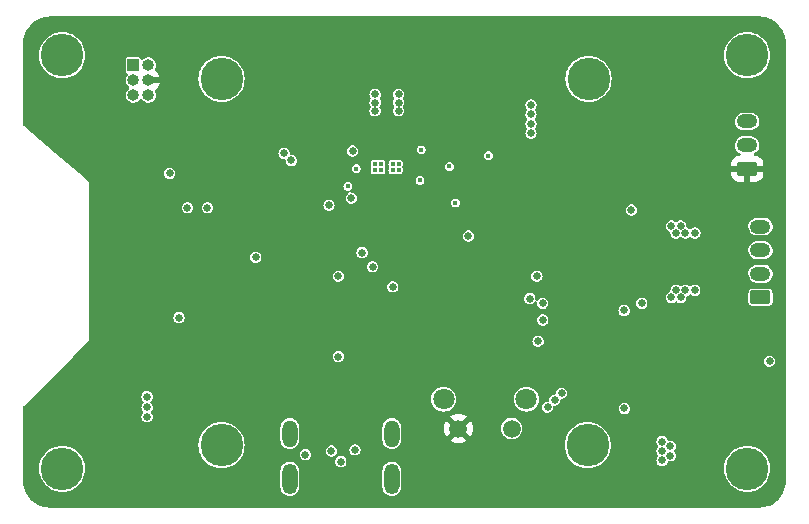
<source format=gbr>
%TF.GenerationSoftware,KiCad,Pcbnew,7.0.6*%
%TF.CreationDate,2024-03-18T22:21:06-04:00*%
%TF.ProjectId,Receiver,52656365-6976-4657-922e-6b696361645f,rev?*%
%TF.SameCoordinates,Original*%
%TF.FileFunction,Copper,L2,Inr*%
%TF.FilePolarity,Positive*%
%FSLAX46Y46*%
G04 Gerber Fmt 4.6, Leading zero omitted, Abs format (unit mm)*
G04 Created by KiCad (PCBNEW 7.0.6) date 2024-03-18 22:21:06*
%MOMM*%
%LPD*%
G01*
G04 APERTURE LIST*
G04 Aperture macros list*
%AMRoundRect*
0 Rectangle with rounded corners*
0 $1 Rounding radius*
0 $2 $3 $4 $5 $6 $7 $8 $9 X,Y pos of 4 corners*
0 Add a 4 corners polygon primitive as box body*
4,1,4,$2,$3,$4,$5,$6,$7,$8,$9,$2,$3,0*
0 Add four circle primitives for the rounded corners*
1,1,$1+$1,$2,$3*
1,1,$1+$1,$4,$5*
1,1,$1+$1,$6,$7*
1,1,$1+$1,$8,$9*
0 Add four rect primitives between the rounded corners*
20,1,$1+$1,$2,$3,$4,$5,0*
20,1,$1+$1,$4,$5,$6,$7,0*
20,1,$1+$1,$6,$7,$8,$9,0*
20,1,$1+$1,$8,$9,$2,$3,0*%
G04 Aperture macros list end*
%TA.AperFunction,ComponentPad*%
%ADD10C,3.600000*%
%TD*%
%TA.AperFunction,ComponentPad*%
%ADD11C,1.498600*%
%TD*%
%TA.AperFunction,ComponentPad*%
%ADD12C,1.803400*%
%TD*%
%TA.AperFunction,ComponentPad*%
%ADD13R,1.000000X1.000000*%
%TD*%
%TA.AperFunction,ComponentPad*%
%ADD14O,1.000000X1.000000*%
%TD*%
%TA.AperFunction,ComponentPad*%
%ADD15RoundRect,0.250000X0.625000X-0.350000X0.625000X0.350000X-0.625000X0.350000X-0.625000X-0.350000X0*%
%TD*%
%TA.AperFunction,ComponentPad*%
%ADD16O,1.750000X1.200000*%
%TD*%
%TA.AperFunction,ComponentPad*%
%ADD17O,1.300000X2.300000*%
%TD*%
%TA.AperFunction,ComponentPad*%
%ADD18O,1.300000X2.600000*%
%TD*%
%TA.AperFunction,ViaPad*%
%ADD19C,0.650000*%
%TD*%
%TA.AperFunction,ViaPad*%
%ADD20C,0.450000*%
%TD*%
G04 APERTURE END LIST*
D10*
%TO.N,N/C*%
%TO.C,H1*%
X165500000Y-115500000D03*
%TD*%
%TO.N,N/C*%
%TO.C,H2*%
X165575000Y-84500000D03*
%TD*%
%TO.N,N/C*%
%TO.C,H7*%
X179000000Y-117500000D03*
%TD*%
D11*
%TO.N,GND*%
%TO.C,SW2*%
X154561749Y-114100000D03*
%TO.N,Net-(D3-K)*%
X159061750Y-114100000D03*
D12*
%TO.N,N/C*%
X153306749Y-111609701D03*
X160316750Y-111609701D03*
%TD*%
D10*
%TO.N,N/C*%
%TO.C,H6*%
X179000000Y-82500000D03*
%TD*%
D13*
%TO.N,/ESP_EN*%
%TO.C,J5*%
X127030000Y-83330000D03*
D14*
%TO.N,+3.3V*%
X128300000Y-83330000D03*
%TO.N,/ESP_TX*%
X127030000Y-84600000D03*
%TO.N,GND*%
X128300000Y-84600000D03*
%TO.N,/ESP_RX*%
X127030000Y-85870000D03*
%TO.N,/ESP_IO0*%
X128300000Y-85870000D03*
%TD*%
D10*
%TO.N,N/C*%
%TO.C,H4*%
X134500000Y-84500000D03*
%TD*%
%TO.N,N/C*%
%TO.C,H5*%
X121000000Y-82500000D03*
%TD*%
%TO.N,N/C*%
%TO.C,H3*%
X134500000Y-115500000D03*
%TD*%
D15*
%TO.N,GND*%
%TO.C,J4*%
X179000000Y-92100000D03*
D16*
%TO.N,unconnected-(J4-Pin_2-Pad2)*%
X179000000Y-90100000D03*
%TO.N,/BAT+*%
X179000000Y-88100000D03*
%TD*%
D17*
%TO.N,N/C*%
%TO.C,J1*%
X140280000Y-114525000D03*
D18*
X140280000Y-118350000D03*
D17*
X148920000Y-114525000D03*
D18*
X148920000Y-118350000D03*
%TD*%
D10*
%TO.N,N/C*%
%TO.C,H8*%
X121000000Y-117500000D03*
%TD*%
D15*
%TO.N,/OUT1B*%
%TO.C,J6*%
X180131617Y-103000000D03*
D16*
%TO.N,/OUT1A*%
X180131617Y-101000000D03*
%TO.N,/OUT2A*%
X180131617Y-99000000D03*
%TO.N,/OUT2B*%
X180131617Y-97000000D03*
%TD*%
D19*
%TO.N,/VUSB*%
X140400000Y-91400000D03*
%TO.N,+3.3V*%
X144400000Y-108000000D03*
%TO.N,GND*%
X144400000Y-106900000D03*
X143600000Y-97000000D03*
%TO.N,+3.3V*%
X143600000Y-95200000D03*
%TO.N,/ESP_EN*%
X130900000Y-104700000D03*
X130100000Y-92500000D03*
%TO.N,GND*%
X129800000Y-102600000D03*
X129000000Y-102600000D03*
X128200000Y-102600000D03*
X129700000Y-97400000D03*
X128900000Y-97400000D03*
X128100000Y-97400000D03*
X127400000Y-97800000D03*
X127400000Y-98600000D03*
X127400000Y-99400000D03*
X127400000Y-100200000D03*
X127400000Y-101000000D03*
X127400000Y-101800000D03*
X127400000Y-102600000D03*
X137400000Y-111100000D03*
X125200000Y-110000000D03*
X124400000Y-110000000D03*
X123600000Y-110000000D03*
%TO.N,+3.3V*%
X128200000Y-111400000D03*
X128200000Y-112300000D03*
X128200000Y-113100000D03*
%TO.N,/SCL*%
X144400000Y-101200000D03*
%TO.N,/SDA*%
X147300000Y-100400000D03*
%TO.N,+3.3V*%
X146400000Y-99200000D03*
%TO.N,/VSYS*%
X163300000Y-111100000D03*
X162700000Y-111700000D03*
X162100000Y-112300000D03*
%TO.N,GND*%
X152400000Y-100500000D03*
%TO.N,+3.3V*%
X149000000Y-102100000D03*
X161300000Y-106700000D03*
%TO.N,GND*%
X154100000Y-107500000D03*
%TO.N,+3.3V*%
X168600000Y-112400000D03*
%TO.N,GND*%
X161700000Y-114600000D03*
X168700000Y-108500000D03*
X168700000Y-107800000D03*
%TO.N,/VUSB*%
X180900000Y-108400000D03*
%TO.N,GND*%
X172900000Y-107651500D03*
%TO.N,+3.3V*%
X171800000Y-116800000D03*
X172500000Y-116400000D03*
X172500000Y-115600000D03*
X171800000Y-116000000D03*
X171800000Y-115200000D03*
%TO.N,GND*%
X174400000Y-117700000D03*
X173800000Y-117200000D03*
X174500000Y-116900000D03*
X173900000Y-116400000D03*
X174600000Y-116100000D03*
X174000000Y-115600000D03*
X181100000Y-113600000D03*
%TO.N,/DIR*%
X160600000Y-103100000D03*
%TO.N,/STEP*%
X161200000Y-101200000D03*
%TO.N,/ESP_IO0*%
X137400000Y-99600000D03*
%TO.N,/BC_INT*%
X145500000Y-94600000D03*
%TO.N,/VUSB*%
X139800000Y-90800000D03*
%TO.N,GND*%
X140300000Y-92900000D03*
X139700000Y-92300000D03*
%TO.N,/VUSB*%
X145800000Y-115900000D03*
X141600000Y-116300000D03*
%TO.N,GND*%
X149400000Y-112500000D03*
X139700000Y-112500000D03*
X142800000Y-109100000D03*
X145900000Y-109200000D03*
X167400000Y-102300000D03*
X170581617Y-100000000D03*
X149100000Y-92900000D03*
X176131617Y-102400000D03*
X164750000Y-92400000D03*
X167350000Y-92400000D03*
X146900000Y-96900000D03*
X162881617Y-97200000D03*
X169381617Y-106100000D03*
X176881617Y-102400000D03*
X169681617Y-99100000D03*
X172681617Y-106100000D03*
X148500000Y-93400000D03*
X158103500Y-85800000D03*
X156000000Y-85800000D03*
X171581617Y-106100000D03*
X150400000Y-97200000D03*
X175381617Y-102400000D03*
X176531617Y-103050000D03*
X140800000Y-85800000D03*
X168781617Y-100000000D03*
X176831617Y-97600000D03*
X143900000Y-85800000D03*
X169681617Y-100000000D03*
X159300000Y-85800000D03*
X155600000Y-94300000D03*
X162900000Y-93800000D03*
X163900000Y-92400000D03*
X162881617Y-96100000D03*
X168781617Y-100900000D03*
X173781617Y-106100000D03*
X175981617Y-106100000D03*
X168781617Y-99100000D03*
X170481617Y-106100000D03*
X142800000Y-85800000D03*
X170581617Y-100900000D03*
X141800000Y-85800000D03*
X166500000Y-92400000D03*
X145000000Y-85800000D03*
X176481617Y-98200000D03*
X165650000Y-92400000D03*
X170581617Y-99100000D03*
X162881617Y-95000000D03*
X154800000Y-92300000D03*
X152800000Y-85800000D03*
X169681617Y-100900000D03*
X147900000Y-92900000D03*
X155600000Y-92100000D03*
X162881617Y-98300000D03*
X161581617Y-102500000D03*
X176481617Y-97000000D03*
X176081617Y-97600000D03*
X174881617Y-106100000D03*
X148500000Y-85800000D03*
X153900000Y-85800000D03*
X157000500Y-85800000D03*
X155000000Y-85800000D03*
%TO.N,/STEP*%
X168581617Y-104100000D03*
%TO.N,/DIR*%
X170081617Y-103500000D03*
%TO.N,/BAT+*%
X169200000Y-95600000D03*
X174582114Y-102400000D03*
X172581617Y-103000000D03*
X172981617Y-97550000D03*
X173381617Y-103000000D03*
X173781617Y-97550000D03*
X172981617Y-102400000D03*
X173781617Y-102400000D03*
X174582114Y-97550000D03*
X172581617Y-96950000D03*
X173381617Y-96950000D03*
%TO.N,/STAT*%
X145600000Y-90600000D03*
X155400000Y-97800000D03*
D20*
%TO.N,/BTST1*%
X145900000Y-92100000D03*
%TO.N,/REGN*%
X154300000Y-95000000D03*
X145200000Y-93600000D03*
%TO.N,/BTST2*%
X151303778Y-93084241D03*
%TO.N,/SDRV*%
X157100000Y-91000000D03*
X151400000Y-90500000D03*
D19*
%TO.N,/VSYS*%
X160700000Y-87500000D03*
X160700000Y-88300000D03*
X160700000Y-86700000D03*
X160700000Y-89100000D03*
D20*
%TO.N,/SW2*%
X149000000Y-91700000D03*
X149500000Y-91700000D03*
D19*
X149500000Y-85800000D03*
D20*
X149500000Y-92200000D03*
D19*
X149500000Y-86500000D03*
X149500000Y-87200000D03*
D20*
X149000000Y-92200000D03*
D19*
%TO.N,/SW1*%
X147500000Y-86500000D03*
D20*
X147500000Y-91700000D03*
D19*
X147500000Y-85800000D03*
D20*
X148000000Y-91700000D03*
X147500000Y-92200000D03*
X148000000Y-92200000D03*
D19*
X147500000Y-87200000D03*
%TO.N,+3.3V*%
X161700000Y-104900000D03*
X161681617Y-103500000D03*
D20*
%TO.N,/BC_INT*%
X153800000Y-91900000D03*
D19*
%TO.N,/D-*%
X133300000Y-95400000D03*
X143800000Y-116000000D03*
%TO.N,/D+*%
X144600000Y-116900000D03*
X131600000Y-95400000D03*
%TD*%
%TA.AperFunction,Conductor*%
%TO.N,GND*%
G36*
X180001866Y-79200613D02*
G01*
X180066487Y-79204521D01*
X180273434Y-79217039D01*
X180280867Y-79217943D01*
X180332999Y-79227496D01*
X180546632Y-79266645D01*
X180553881Y-79268433D01*
X180811843Y-79348817D01*
X180818830Y-79351468D01*
X180960398Y-79415182D01*
X181065213Y-79462356D01*
X181071843Y-79465836D01*
X181303052Y-79605607D01*
X181309219Y-79609863D01*
X181421329Y-79697696D01*
X181521899Y-79776487D01*
X181527499Y-79781448D01*
X181718550Y-79972499D01*
X181723512Y-79978100D01*
X181890135Y-80190779D01*
X181894392Y-80196947D01*
X182034163Y-80428156D01*
X182037646Y-80434791D01*
X182148531Y-80681169D01*
X182151185Y-80688165D01*
X182203156Y-80854944D01*
X182231563Y-80946106D01*
X182233357Y-80953382D01*
X182282056Y-81219132D01*
X182282960Y-81226571D01*
X182299387Y-81498132D01*
X182299500Y-81501877D01*
X182299500Y-118498122D01*
X182299387Y-118501867D01*
X182282960Y-118773428D01*
X182282056Y-118780867D01*
X182233357Y-119046617D01*
X182231563Y-119053893D01*
X182161490Y-119278768D01*
X182151189Y-119311824D01*
X182148531Y-119318830D01*
X182037646Y-119565208D01*
X182034163Y-119571843D01*
X181894392Y-119803052D01*
X181890135Y-119809220D01*
X181723512Y-120021899D01*
X181718543Y-120027508D01*
X181527508Y-120218543D01*
X181521899Y-120223512D01*
X181309220Y-120390135D01*
X181303052Y-120394392D01*
X181071843Y-120534163D01*
X181065208Y-120537646D01*
X180818830Y-120648531D01*
X180811828Y-120651187D01*
X180667749Y-120696084D01*
X180553893Y-120731563D01*
X180546617Y-120733357D01*
X180280867Y-120782056D01*
X180273428Y-120782960D01*
X180001867Y-120799387D01*
X179998122Y-120799500D01*
X120001878Y-120799500D01*
X119998133Y-120799387D01*
X119726571Y-120782960D01*
X119719132Y-120782056D01*
X119487070Y-120739530D01*
X119453379Y-120733356D01*
X119446106Y-120731563D01*
X119188165Y-120651185D01*
X119181169Y-120648531D01*
X118934791Y-120537646D01*
X118928156Y-120534163D01*
X118696947Y-120394392D01*
X118690779Y-120390135D01*
X118478100Y-120223512D01*
X118472499Y-120218550D01*
X118281448Y-120027499D01*
X118276487Y-120021899D01*
X118109864Y-119809220D01*
X118105607Y-119803052D01*
X117965836Y-119571843D01*
X117962353Y-119565208D01*
X117934023Y-119502262D01*
X117877320Y-119376271D01*
X117851468Y-119318830D01*
X117848817Y-119311843D01*
X117768433Y-119053881D01*
X117766645Y-119046632D01*
X117717943Y-118780867D01*
X117717039Y-118773428D01*
X117709673Y-118651657D01*
X117700613Y-118501866D01*
X117700500Y-118498122D01*
X117700500Y-117500001D01*
X119044518Y-117500001D01*
X119064422Y-117778299D01*
X119123727Y-118050916D01*
X119123729Y-118050923D01*
X119184266Y-118213230D01*
X119221231Y-118312338D01*
X119221233Y-118312342D01*
X119354940Y-118557207D01*
X119354945Y-118557215D01*
X119522138Y-118780560D01*
X119522154Y-118780578D01*
X119719421Y-118977845D01*
X119719439Y-118977861D01*
X119942784Y-119145054D01*
X119942792Y-119145059D01*
X120187657Y-119278766D01*
X120187661Y-119278768D01*
X120187663Y-119278769D01*
X120449077Y-119376271D01*
X120585391Y-119405924D01*
X120721700Y-119435577D01*
X120721702Y-119435577D01*
X120721706Y-119435578D01*
X120969014Y-119453265D01*
X120999999Y-119455482D01*
X121000000Y-119455482D01*
X121000001Y-119455482D01*
X121027881Y-119453487D01*
X121278294Y-119435578D01*
X121550923Y-119376271D01*
X121812337Y-119278769D01*
X122057213Y-119145056D01*
X122190926Y-119044960D01*
X139479500Y-119044960D01*
X139494630Y-119179249D01*
X139494631Y-119179254D01*
X139554211Y-119349523D01*
X139620790Y-119455482D01*
X139650184Y-119502262D01*
X139777738Y-119629816D01*
X139930478Y-119725789D01*
X140100745Y-119785368D01*
X140100750Y-119785369D01*
X140279996Y-119805565D01*
X140280000Y-119805565D01*
X140280004Y-119805565D01*
X140459249Y-119785369D01*
X140459252Y-119785368D01*
X140459255Y-119785368D01*
X140629522Y-119725789D01*
X140782262Y-119629816D01*
X140909816Y-119502262D01*
X141005789Y-119349522D01*
X141065368Y-119179255D01*
X141080499Y-119044960D01*
X148119500Y-119044960D01*
X148134630Y-119179249D01*
X148134631Y-119179254D01*
X148194211Y-119349523D01*
X148260790Y-119455482D01*
X148290184Y-119502262D01*
X148417738Y-119629816D01*
X148570478Y-119725789D01*
X148740745Y-119785368D01*
X148740750Y-119785369D01*
X148919996Y-119805565D01*
X148920000Y-119805565D01*
X148920004Y-119805565D01*
X149099249Y-119785369D01*
X149099252Y-119785368D01*
X149099255Y-119785368D01*
X149269522Y-119725789D01*
X149422262Y-119629816D01*
X149549816Y-119502262D01*
X149645789Y-119349522D01*
X149705368Y-119179255D01*
X149720500Y-119044954D01*
X149720500Y-117655046D01*
X149705368Y-117520745D01*
X149698109Y-117500001D01*
X177044518Y-117500001D01*
X177064422Y-117778299D01*
X177123727Y-118050916D01*
X177123729Y-118050923D01*
X177184266Y-118213230D01*
X177221231Y-118312338D01*
X177221233Y-118312342D01*
X177354940Y-118557207D01*
X177354945Y-118557215D01*
X177522138Y-118780560D01*
X177522154Y-118780578D01*
X177719421Y-118977845D01*
X177719439Y-118977861D01*
X177942784Y-119145054D01*
X177942792Y-119145059D01*
X178187657Y-119278766D01*
X178187661Y-119278768D01*
X178187663Y-119278769D01*
X178449077Y-119376271D01*
X178585391Y-119405924D01*
X178721700Y-119435577D01*
X178721702Y-119435577D01*
X178721706Y-119435578D01*
X178969014Y-119453265D01*
X178999999Y-119455482D01*
X179000000Y-119455482D01*
X179000001Y-119455482D01*
X179027881Y-119453487D01*
X179278294Y-119435578D01*
X179550923Y-119376271D01*
X179812337Y-119278769D01*
X180057213Y-119145056D01*
X180280568Y-118977855D01*
X180477855Y-118780568D01*
X180645056Y-118557213D01*
X180778769Y-118312337D01*
X180876271Y-118050923D01*
X180935578Y-117778294D01*
X180955482Y-117500000D01*
X180935578Y-117221706D01*
X180922092Y-117159714D01*
X180900340Y-117059721D01*
X180876271Y-116949077D01*
X180778769Y-116687663D01*
X180766209Y-116664662D01*
X180645059Y-116442792D01*
X180645054Y-116442784D01*
X180477861Y-116219439D01*
X180477845Y-116219421D01*
X180280578Y-116022154D01*
X180280560Y-116022138D01*
X180057215Y-115854945D01*
X180057207Y-115854940D01*
X179812342Y-115721233D01*
X179812338Y-115721231D01*
X179705015Y-115681202D01*
X179550923Y-115623729D01*
X179550919Y-115623728D01*
X179550916Y-115623727D01*
X179278299Y-115564422D01*
X179000001Y-115544518D01*
X178999999Y-115544518D01*
X178721700Y-115564422D01*
X178449083Y-115623727D01*
X178449078Y-115623728D01*
X178449077Y-115623729D01*
X178385875Y-115647301D01*
X178187661Y-115721231D01*
X178187657Y-115721233D01*
X177942792Y-115854940D01*
X177942784Y-115854945D01*
X177719439Y-116022138D01*
X177719421Y-116022154D01*
X177522154Y-116219421D01*
X177522138Y-116219439D01*
X177354945Y-116442784D01*
X177354940Y-116442792D01*
X177221233Y-116687657D01*
X177221231Y-116687661D01*
X177123727Y-116949083D01*
X177064422Y-117221700D01*
X177044518Y-117499998D01*
X177044518Y-117500001D01*
X149698109Y-117500001D01*
X149645789Y-117350478D01*
X149637306Y-117336978D01*
X149549815Y-117197737D01*
X149422262Y-117070184D01*
X149269523Y-116974211D01*
X149099254Y-116914631D01*
X149099249Y-116914630D01*
X148920004Y-116894435D01*
X148919996Y-116894435D01*
X148740750Y-116914630D01*
X148740745Y-116914631D01*
X148570476Y-116974211D01*
X148417737Y-117070184D01*
X148290184Y-117197737D01*
X148194211Y-117350476D01*
X148134631Y-117520745D01*
X148134630Y-117520750D01*
X148119500Y-117655039D01*
X148119500Y-119044960D01*
X141080499Y-119044960D01*
X141080500Y-119044954D01*
X141080500Y-117655046D01*
X141065368Y-117520745D01*
X141005789Y-117350478D01*
X140997306Y-117336978D01*
X140909815Y-117197737D01*
X140782262Y-117070184D01*
X140629523Y-116974211D01*
X140459254Y-116914631D01*
X140459249Y-116914630D01*
X140329397Y-116900000D01*
X144119610Y-116900000D01*
X144139068Y-117035337D01*
X144139070Y-117035345D01*
X144195867Y-117159714D01*
X144195872Y-117159721D01*
X144285409Y-117263053D01*
X144285413Y-117263057D01*
X144345979Y-117301979D01*
X144400439Y-117336978D01*
X144446409Y-117350476D01*
X144531632Y-117375500D01*
X144531633Y-117375500D01*
X144668367Y-117375500D01*
X144799561Y-117336978D01*
X144914589Y-117263055D01*
X145004130Y-117159718D01*
X145060931Y-117035342D01*
X145080390Y-116900000D01*
X145060931Y-116764658D01*
X145048290Y-116736978D01*
X145004132Y-116640285D01*
X145004127Y-116640278D01*
X144914590Y-116536946D01*
X144914586Y-116536942D01*
X144799559Y-116463021D01*
X144668368Y-116424500D01*
X144668367Y-116424500D01*
X144531633Y-116424500D01*
X144531632Y-116424500D01*
X144400440Y-116463021D01*
X144285422Y-116536937D01*
X144279906Y-116538556D01*
X144275329Y-116548580D01*
X144195870Y-116640282D01*
X144195867Y-116640285D01*
X144139070Y-116764654D01*
X144139068Y-116764662D01*
X144119610Y-116900000D01*
X140329397Y-116900000D01*
X140280004Y-116894435D01*
X140279996Y-116894435D01*
X140100750Y-116914630D01*
X140100745Y-116914631D01*
X139930476Y-116974211D01*
X139777737Y-117070184D01*
X139650184Y-117197737D01*
X139554211Y-117350476D01*
X139494631Y-117520745D01*
X139494630Y-117520750D01*
X139479500Y-117655039D01*
X139479500Y-119044960D01*
X122190926Y-119044960D01*
X122280568Y-118977855D01*
X122477855Y-118780568D01*
X122645056Y-118557213D01*
X122778769Y-118312337D01*
X122876271Y-118050923D01*
X122935578Y-117778294D01*
X122955482Y-117500000D01*
X122935578Y-117221706D01*
X122922092Y-117159714D01*
X122900340Y-117059721D01*
X122876271Y-116949077D01*
X122778769Y-116687663D01*
X122766209Y-116664662D01*
X122645059Y-116442792D01*
X122645054Y-116442784D01*
X122477861Y-116219439D01*
X122477845Y-116219421D01*
X122280578Y-116022154D01*
X122280560Y-116022138D01*
X122057215Y-115854945D01*
X122057207Y-115854940D01*
X121812342Y-115721233D01*
X121812338Y-115721231D01*
X121705015Y-115681202D01*
X121550923Y-115623729D01*
X121550919Y-115623728D01*
X121550916Y-115623727D01*
X121278299Y-115564422D01*
X121000001Y-115544518D01*
X120999999Y-115544518D01*
X120721700Y-115564422D01*
X120449083Y-115623727D01*
X120449078Y-115623728D01*
X120449077Y-115623729D01*
X120385875Y-115647301D01*
X120187661Y-115721231D01*
X120187657Y-115721233D01*
X119942792Y-115854940D01*
X119942784Y-115854945D01*
X119719439Y-116022138D01*
X119719421Y-116022154D01*
X119522154Y-116219421D01*
X119522138Y-116219439D01*
X119354945Y-116442784D01*
X119354940Y-116442792D01*
X119221233Y-116687657D01*
X119221231Y-116687661D01*
X119123727Y-116949083D01*
X119064422Y-117221700D01*
X119044518Y-117499998D01*
X119044518Y-117500001D01*
X117700500Y-117500001D01*
X117700500Y-115500001D01*
X132544518Y-115500001D01*
X132564422Y-115778299D01*
X132623727Y-116050916D01*
X132623729Y-116050923D01*
X132666148Y-116164654D01*
X132721231Y-116312338D01*
X132721233Y-116312342D01*
X132854940Y-116557207D01*
X132854945Y-116557215D01*
X133022138Y-116780560D01*
X133022154Y-116780578D01*
X133219421Y-116977845D01*
X133219439Y-116977861D01*
X133442784Y-117145054D01*
X133442792Y-117145059D01*
X133687657Y-117278766D01*
X133687661Y-117278768D01*
X133687663Y-117278769D01*
X133949077Y-117376271D01*
X134085391Y-117405924D01*
X134221700Y-117435577D01*
X134221702Y-117435577D01*
X134221706Y-117435578D01*
X134469014Y-117453265D01*
X134499999Y-117455482D01*
X134500000Y-117455482D01*
X134500001Y-117455482D01*
X134527881Y-117453487D01*
X134778294Y-117435578D01*
X135050923Y-117376271D01*
X135312337Y-117278769D01*
X135557213Y-117145056D01*
X135780568Y-116977855D01*
X135977855Y-116780568D01*
X136145056Y-116557213D01*
X136278769Y-116312337D01*
X136283370Y-116300000D01*
X141119610Y-116300000D01*
X141122313Y-116318798D01*
X141139068Y-116435337D01*
X141139070Y-116435345D01*
X141195867Y-116559714D01*
X141195872Y-116559721D01*
X141285409Y-116663053D01*
X141285413Y-116663057D01*
X141323693Y-116687657D01*
X141400439Y-116736978D01*
X141466036Y-116756238D01*
X141531632Y-116775500D01*
X141531633Y-116775500D01*
X141668367Y-116775500D01*
X141799561Y-116736978D01*
X141914589Y-116663055D01*
X142004130Y-116559718D01*
X142060931Y-116435342D01*
X142080390Y-116300000D01*
X142060931Y-116164658D01*
X142008990Y-116050923D01*
X142004132Y-116040285D01*
X142004127Y-116040278D01*
X141969226Y-116000000D01*
X143319610Y-116000000D01*
X143339068Y-116135337D01*
X143339070Y-116135345D01*
X143395867Y-116259714D01*
X143395872Y-116259721D01*
X143485409Y-116363053D01*
X143485413Y-116363057D01*
X143515441Y-116382354D01*
X143600439Y-116436978D01*
X143620223Y-116442787D01*
X143731632Y-116475500D01*
X143731633Y-116475500D01*
X143868367Y-116475500D01*
X143999561Y-116436978D01*
X144114579Y-116363060D01*
X144120093Y-116361442D01*
X144124669Y-116351421D01*
X144204130Y-116259718D01*
X144260931Y-116135342D01*
X144280390Y-116000000D01*
X144266012Y-115899999D01*
X145319610Y-115899999D01*
X145339068Y-116035337D01*
X145339070Y-116035345D01*
X145395867Y-116159714D01*
X145395872Y-116159721D01*
X145485409Y-116263053D01*
X145485413Y-116263057D01*
X145542898Y-116299999D01*
X145600439Y-116336978D01*
X145649617Y-116351418D01*
X145731632Y-116375500D01*
X145731633Y-116375500D01*
X145868367Y-116375500D01*
X145999561Y-116336978D01*
X146114589Y-116263055D01*
X146204130Y-116159718D01*
X146260931Y-116035342D01*
X146280390Y-115900000D01*
X146260931Y-115764658D01*
X146241099Y-115721233D01*
X146204132Y-115640285D01*
X146204127Y-115640278D01*
X146114590Y-115536946D01*
X146114586Y-115536942D01*
X146002113Y-115464662D01*
X145999561Y-115463022D01*
X145999560Y-115463021D01*
X145999559Y-115463021D01*
X145868368Y-115424500D01*
X145868367Y-115424500D01*
X145731633Y-115424500D01*
X145731632Y-115424500D01*
X145600440Y-115463021D01*
X145485413Y-115536942D01*
X145485409Y-115536946D01*
X145395872Y-115640278D01*
X145395867Y-115640285D01*
X145339070Y-115764654D01*
X145339068Y-115764662D01*
X145319610Y-115899999D01*
X144266012Y-115899999D01*
X144260931Y-115864658D01*
X144236138Y-115810369D01*
X144204132Y-115740285D01*
X144204127Y-115740278D01*
X144114590Y-115636946D01*
X144114586Y-115636942D01*
X143999559Y-115563021D01*
X143868368Y-115524500D01*
X143868367Y-115524500D01*
X143731633Y-115524500D01*
X143731632Y-115524500D01*
X143600440Y-115563021D01*
X143485413Y-115636942D01*
X143485409Y-115636946D01*
X143395872Y-115740278D01*
X143395867Y-115740285D01*
X143339070Y-115864654D01*
X143339068Y-115864662D01*
X143319610Y-116000000D01*
X141969226Y-116000000D01*
X141914590Y-115936946D01*
X141914586Y-115936942D01*
X141802113Y-115864662D01*
X141799561Y-115863022D01*
X141799560Y-115863021D01*
X141799559Y-115863021D01*
X141668368Y-115824500D01*
X141668367Y-115824500D01*
X141531633Y-115824500D01*
X141531632Y-115824500D01*
X141400440Y-115863021D01*
X141285413Y-115936942D01*
X141285409Y-115936946D01*
X141195872Y-116040278D01*
X141195867Y-116040285D01*
X141139070Y-116164654D01*
X141139068Y-116164662D01*
X141124692Y-116264654D01*
X141119610Y-116300000D01*
X136283370Y-116300000D01*
X136376271Y-116050923D01*
X136427058Y-115817458D01*
X136435577Y-115778299D01*
X136435577Y-115778298D01*
X136435578Y-115778294D01*
X136455482Y-115500000D01*
X136435578Y-115221706D01*
X136431780Y-115204249D01*
X136402567Y-115069960D01*
X139479500Y-115069960D01*
X139494630Y-115204249D01*
X139494631Y-115204254D01*
X139554211Y-115374523D01*
X139610847Y-115464658D01*
X139650184Y-115527262D01*
X139777738Y-115654816D01*
X139819731Y-115681202D01*
X139913754Y-115740281D01*
X139930478Y-115750789D01*
X140100745Y-115810367D01*
X140100745Y-115810368D01*
X140100750Y-115810369D01*
X140279996Y-115830565D01*
X140280000Y-115830565D01*
X140280004Y-115830565D01*
X140459249Y-115810369D01*
X140459252Y-115810368D01*
X140459255Y-115810368D01*
X140629522Y-115750789D01*
X140782262Y-115654816D01*
X140909816Y-115527262D01*
X141005789Y-115374522D01*
X141065368Y-115204255D01*
X141065848Y-115200000D01*
X141080499Y-115069960D01*
X148119500Y-115069960D01*
X148134630Y-115204249D01*
X148134631Y-115204254D01*
X148194211Y-115374523D01*
X148250847Y-115464658D01*
X148290184Y-115527262D01*
X148417738Y-115654816D01*
X148459731Y-115681202D01*
X148553754Y-115740281D01*
X148570478Y-115750789D01*
X148740745Y-115810367D01*
X148740745Y-115810368D01*
X148740750Y-115810369D01*
X148919996Y-115830565D01*
X148920000Y-115830565D01*
X148920004Y-115830565D01*
X149099249Y-115810369D01*
X149099252Y-115810368D01*
X149099255Y-115810368D01*
X149269522Y-115750789D01*
X149422262Y-115654816D01*
X149549816Y-115527262D01*
X149566945Y-115500001D01*
X163544518Y-115500001D01*
X163564422Y-115778299D01*
X163623727Y-116050916D01*
X163623729Y-116050923D01*
X163666148Y-116164654D01*
X163721231Y-116312338D01*
X163721233Y-116312342D01*
X163854940Y-116557207D01*
X163854945Y-116557215D01*
X164022138Y-116780560D01*
X164022154Y-116780578D01*
X164219421Y-116977845D01*
X164219439Y-116977861D01*
X164442784Y-117145054D01*
X164442792Y-117145059D01*
X164687657Y-117278766D01*
X164687661Y-117278768D01*
X164687663Y-117278769D01*
X164949077Y-117376271D01*
X165085391Y-117405924D01*
X165221700Y-117435577D01*
X165221702Y-117435577D01*
X165221706Y-117435578D01*
X165469014Y-117453265D01*
X165499999Y-117455482D01*
X165500000Y-117455482D01*
X165500001Y-117455482D01*
X165527881Y-117453487D01*
X165778294Y-117435578D01*
X166050923Y-117376271D01*
X166312337Y-117278769D01*
X166557213Y-117145056D01*
X166780568Y-116977855D01*
X166958423Y-116800000D01*
X171319610Y-116800000D01*
X171339068Y-116935337D01*
X171339070Y-116935345D01*
X171395867Y-117059714D01*
X171395872Y-117059721D01*
X171485409Y-117163053D01*
X171485413Y-117163057D01*
X171545979Y-117201979D01*
X171600439Y-117236978D01*
X171666035Y-117256238D01*
X171731632Y-117275500D01*
X171731633Y-117275500D01*
X171868367Y-117275500D01*
X171999561Y-117236978D01*
X172114589Y-117163055D01*
X172204130Y-117059718D01*
X172260577Y-116936116D01*
X172306331Y-116883313D01*
X172373371Y-116863628D01*
X172408305Y-116868651D01*
X172431630Y-116875499D01*
X172431632Y-116875500D01*
X172431633Y-116875500D01*
X172568367Y-116875500D01*
X172699561Y-116836978D01*
X172814589Y-116763055D01*
X172904130Y-116659718D01*
X172960931Y-116535342D01*
X172980390Y-116400000D01*
X172960931Y-116264658D01*
X172940272Y-116219421D01*
X172904132Y-116140285D01*
X172904130Y-116140283D01*
X172904130Y-116140282D01*
X172852935Y-116081199D01*
X172823912Y-116017648D01*
X172833855Y-115948489D01*
X172852933Y-115918802D01*
X172904130Y-115859718D01*
X172960931Y-115735342D01*
X172980390Y-115600000D01*
X172960931Y-115464658D01*
X172942591Y-115424500D01*
X172904132Y-115340285D01*
X172904127Y-115340278D01*
X172814590Y-115236946D01*
X172814586Y-115236942D01*
X172699559Y-115163021D01*
X172568368Y-115124500D01*
X172568367Y-115124500D01*
X172431633Y-115124500D01*
X172431629Y-115124500D01*
X172408302Y-115131349D01*
X172338432Y-115131347D01*
X172279655Y-115093571D01*
X172260577Y-115063883D01*
X172208149Y-114949083D01*
X172204130Y-114940282D01*
X172114589Y-114836945D01*
X172114586Y-114836942D01*
X171999559Y-114763021D01*
X171868368Y-114724500D01*
X171868367Y-114724500D01*
X171731633Y-114724500D01*
X171731632Y-114724500D01*
X171600440Y-114763021D01*
X171485413Y-114836942D01*
X171485409Y-114836946D01*
X171395872Y-114940278D01*
X171395867Y-114940285D01*
X171339070Y-115064654D01*
X171339068Y-115064662D01*
X171319610Y-115200000D01*
X171339068Y-115335337D01*
X171339070Y-115335345D01*
X171395867Y-115459714D01*
X171395870Y-115459718D01*
X171447062Y-115518798D01*
X171476086Y-115582354D01*
X171466142Y-115651513D01*
X171447062Y-115681202D01*
X171395870Y-115740281D01*
X171395867Y-115740285D01*
X171339070Y-115864654D01*
X171339068Y-115864662D01*
X171319610Y-116000000D01*
X171339068Y-116135337D01*
X171339070Y-116135345D01*
X171395867Y-116259714D01*
X171395870Y-116259718D01*
X171447062Y-116318798D01*
X171476086Y-116382354D01*
X171466142Y-116451513D01*
X171447062Y-116481202D01*
X171395870Y-116540281D01*
X171395867Y-116540285D01*
X171339070Y-116664654D01*
X171339068Y-116664662D01*
X171319610Y-116800000D01*
X166958423Y-116800000D01*
X166977855Y-116780568D01*
X167145056Y-116557213D01*
X167278769Y-116312337D01*
X167376271Y-116050923D01*
X167427058Y-115817458D01*
X167435577Y-115778299D01*
X167435577Y-115778298D01*
X167435578Y-115778294D01*
X167455482Y-115500000D01*
X167435578Y-115221706D01*
X167431780Y-115204249D01*
X167376272Y-114949083D01*
X167376271Y-114949077D01*
X167278769Y-114687663D01*
X167248266Y-114631802D01*
X167145059Y-114442792D01*
X167145054Y-114442784D01*
X166977861Y-114219439D01*
X166977845Y-114219421D01*
X166780578Y-114022154D01*
X166780560Y-114022138D01*
X166557215Y-113854945D01*
X166557207Y-113854940D01*
X166312342Y-113721233D01*
X166312338Y-113721231D01*
X166189668Y-113675478D01*
X166050923Y-113623729D01*
X166050919Y-113623728D01*
X166050916Y-113623727D01*
X165778299Y-113564422D01*
X165500001Y-113544518D01*
X165499999Y-113544518D01*
X165221700Y-113564422D01*
X164949083Y-113623727D01*
X164949078Y-113623728D01*
X164949077Y-113623729D01*
X164885875Y-113647301D01*
X164687661Y-113721231D01*
X164687657Y-113721233D01*
X164442792Y-113854940D01*
X164442784Y-113854945D01*
X164219439Y-114022138D01*
X164219421Y-114022154D01*
X164022154Y-114219421D01*
X164022138Y-114219439D01*
X163854945Y-114442784D01*
X163854940Y-114442792D01*
X163721233Y-114687657D01*
X163721231Y-114687661D01*
X163648172Y-114883542D01*
X163627010Y-114940282D01*
X163623727Y-114949083D01*
X163564422Y-115221700D01*
X163544518Y-115499998D01*
X163544518Y-115500001D01*
X149566945Y-115500001D01*
X149645789Y-115374522D01*
X149705368Y-115204255D01*
X149705848Y-115200000D01*
X149720499Y-115069960D01*
X149720500Y-115069956D01*
X149720500Y-114100001D01*
X153307677Y-114100001D01*
X153326728Y-114317761D01*
X153326730Y-114317771D01*
X153383304Y-114528910D01*
X153383308Y-114528919D01*
X153475693Y-114727039D01*
X153519125Y-114789068D01*
X153519126Y-114789069D01*
X154082458Y-114225736D01*
X154106576Y-114307871D01*
X154183577Y-114427688D01*
X154291216Y-114520957D01*
X154420772Y-114580124D01*
X154433366Y-114581934D01*
X153872678Y-115142621D01*
X153872679Y-115142622D01*
X153934709Y-115186055D01*
X154132829Y-115278440D01*
X154132838Y-115278444D01*
X154343977Y-115335018D01*
X154343987Y-115335020D01*
X154561747Y-115354072D01*
X154561751Y-115354072D01*
X154779510Y-115335020D01*
X154779520Y-115335018D01*
X154990659Y-115278444D01*
X154990668Y-115278440D01*
X155188784Y-115186057D01*
X155250818Y-115142621D01*
X154690131Y-114581934D01*
X154702726Y-114580124D01*
X154832282Y-114520957D01*
X154939921Y-114427688D01*
X155016922Y-114307871D01*
X155041038Y-114225737D01*
X155604370Y-114789069D01*
X155647806Y-114727035D01*
X155740189Y-114528919D01*
X155740193Y-114528910D01*
X155796767Y-114317771D01*
X155796769Y-114317761D01*
X155815821Y-114100001D01*
X155815821Y-114100000D01*
X158156994Y-114100000D01*
X158176765Y-114288109D01*
X158176766Y-114288112D01*
X158235211Y-114467991D01*
X158235214Y-114467997D01*
X158329787Y-114631802D01*
X158431136Y-114744362D01*
X158447937Y-114763022D01*
X158456350Y-114772365D01*
X158545233Y-114836942D01*
X158609373Y-114883543D01*
X158756567Y-114949077D01*
X158782165Y-114960474D01*
X158967177Y-114999800D01*
X159156323Y-114999800D01*
X159341335Y-114960474D01*
X159366933Y-114949077D01*
X159514126Y-114883543D01*
X159514126Y-114883542D01*
X159514128Y-114883542D01*
X159667150Y-114772365D01*
X159793713Y-114631802D01*
X159888286Y-114467997D01*
X159946735Y-114288109D01*
X159966506Y-114100000D01*
X159946735Y-113911891D01*
X159888286Y-113732003D01*
X159793713Y-113568198D01*
X159667150Y-113427635D01*
X159616142Y-113390576D01*
X159514126Y-113316456D01*
X159341334Y-113239525D01*
X159156323Y-113200200D01*
X158967177Y-113200200D01*
X158782165Y-113239525D01*
X158782164Y-113239525D01*
X158609373Y-113316456D01*
X158456348Y-113427636D01*
X158329786Y-113568199D01*
X158235214Y-113732002D01*
X158235211Y-113732008D01*
X158183186Y-113892129D01*
X158176765Y-113911891D01*
X158156994Y-114100000D01*
X155815821Y-114100000D01*
X155815821Y-114099998D01*
X155796769Y-113882238D01*
X155796767Y-113882228D01*
X155740193Y-113671089D01*
X155740189Y-113671080D01*
X155647804Y-113472960D01*
X155604371Y-113410930D01*
X155604370Y-113410929D01*
X155041038Y-113974261D01*
X155016922Y-113892129D01*
X154939921Y-113772312D01*
X154832282Y-113679043D01*
X154702726Y-113619876D01*
X154690131Y-113618065D01*
X155250818Y-113057377D01*
X155250817Y-113057376D01*
X155188788Y-113013944D01*
X154990668Y-112921559D01*
X154990659Y-112921555D01*
X154779520Y-112864981D01*
X154779510Y-112864979D01*
X154561751Y-112845928D01*
X154561747Y-112845928D01*
X154343987Y-112864979D01*
X154343977Y-112864981D01*
X154132838Y-112921555D01*
X154132829Y-112921559D01*
X153934713Y-113013942D01*
X153872679Y-113057377D01*
X154433367Y-113618065D01*
X154420772Y-113619876D01*
X154291216Y-113679043D01*
X154183577Y-113772312D01*
X154106576Y-113892129D01*
X154082458Y-113974262D01*
X153519126Y-113410930D01*
X153475691Y-113472964D01*
X153383308Y-113671080D01*
X153383304Y-113671089D01*
X153326730Y-113882228D01*
X153326728Y-113882238D01*
X153307677Y-114099998D01*
X153307677Y-114100001D01*
X149720500Y-114100001D01*
X149720500Y-113980043D01*
X149720499Y-113980039D01*
X149705369Y-113845750D01*
X149705368Y-113845745D01*
X149665568Y-113732003D01*
X149645789Y-113675478D01*
X149549816Y-113522738D01*
X149422262Y-113395184D01*
X149365823Y-113359721D01*
X149269523Y-113299211D01*
X149099254Y-113239631D01*
X149099249Y-113239630D01*
X148920004Y-113219435D01*
X148919996Y-113219435D01*
X148740750Y-113239630D01*
X148740745Y-113239631D01*
X148570476Y-113299211D01*
X148417737Y-113395184D01*
X148290184Y-113522737D01*
X148194211Y-113675476D01*
X148134631Y-113845745D01*
X148134630Y-113845750D01*
X148119500Y-113980039D01*
X148119500Y-115069960D01*
X141080499Y-115069960D01*
X141080500Y-115069956D01*
X141080500Y-113980043D01*
X141080499Y-113980039D01*
X141065369Y-113845750D01*
X141065368Y-113845745D01*
X141025568Y-113732003D01*
X141005789Y-113675478D01*
X140909816Y-113522738D01*
X140782262Y-113395184D01*
X140725823Y-113359721D01*
X140629523Y-113299211D01*
X140459254Y-113239631D01*
X140459249Y-113239630D01*
X140280004Y-113219435D01*
X140279996Y-113219435D01*
X140100750Y-113239630D01*
X140100745Y-113239631D01*
X139930476Y-113299211D01*
X139777737Y-113395184D01*
X139650184Y-113522737D01*
X139554211Y-113675476D01*
X139494631Y-113845745D01*
X139494630Y-113845750D01*
X139479500Y-113980039D01*
X139479500Y-115069960D01*
X136402567Y-115069960D01*
X136376272Y-114949083D01*
X136376271Y-114949077D01*
X136278769Y-114687663D01*
X136248266Y-114631802D01*
X136145059Y-114442792D01*
X136145054Y-114442784D01*
X135977861Y-114219439D01*
X135977845Y-114219421D01*
X135780578Y-114022154D01*
X135780560Y-114022138D01*
X135557215Y-113854945D01*
X135557207Y-113854940D01*
X135312342Y-113721233D01*
X135312338Y-113721231D01*
X135189668Y-113675478D01*
X135050923Y-113623729D01*
X135050919Y-113623728D01*
X135050916Y-113623727D01*
X134778299Y-113564422D01*
X134500001Y-113544518D01*
X134499999Y-113544518D01*
X134221700Y-113564422D01*
X133949083Y-113623727D01*
X133949078Y-113623728D01*
X133949077Y-113623729D01*
X133885875Y-113647301D01*
X133687661Y-113721231D01*
X133687657Y-113721233D01*
X133442792Y-113854940D01*
X133442784Y-113854945D01*
X133219439Y-114022138D01*
X133219421Y-114022154D01*
X133022154Y-114219421D01*
X133022138Y-114219439D01*
X132854945Y-114442784D01*
X132854940Y-114442792D01*
X132721233Y-114687657D01*
X132721231Y-114687661D01*
X132648172Y-114883542D01*
X132627010Y-114940282D01*
X132623727Y-114949083D01*
X132564422Y-115221700D01*
X132544518Y-115499998D01*
X132544518Y-115500001D01*
X117700500Y-115500001D01*
X117700500Y-113099999D01*
X127719610Y-113099999D01*
X127739068Y-113235337D01*
X127739070Y-113235345D01*
X127795867Y-113359714D01*
X127795872Y-113359721D01*
X127885409Y-113463053D01*
X127885413Y-113463057D01*
X127945979Y-113501979D01*
X128000439Y-113536978D01*
X128066035Y-113556238D01*
X128131632Y-113575500D01*
X128131633Y-113575500D01*
X128268367Y-113575500D01*
X128399561Y-113536978D01*
X128514589Y-113463055D01*
X128604130Y-113359718D01*
X128660931Y-113235342D01*
X128680390Y-113100000D01*
X128660931Y-112964658D01*
X128615409Y-112864979D01*
X128604132Y-112840285D01*
X128604130Y-112840283D01*
X128604130Y-112840282D01*
X128552935Y-112781199D01*
X128523912Y-112717648D01*
X128533855Y-112648489D01*
X128552933Y-112618802D01*
X128604130Y-112559718D01*
X128660931Y-112435342D01*
X128680390Y-112300000D01*
X128660931Y-112164658D01*
X128648290Y-112136978D01*
X128604132Y-112040285D01*
X128604130Y-112040283D01*
X128604130Y-112040282D01*
X128514589Y-111936945D01*
X128514585Y-111936942D01*
X128509612Y-111931203D01*
X128480587Y-111867647D01*
X128490531Y-111798489D01*
X128509612Y-111768797D01*
X128514585Y-111763057D01*
X128514589Y-111763055D01*
X128604130Y-111659718D01*
X128626973Y-111609700D01*
X152249458Y-111609700D01*
X152269773Y-111815963D01*
X152269773Y-111815966D01*
X152329940Y-112014312D01*
X152368369Y-112086206D01*
X152427644Y-112197100D01*
X152427646Y-112197102D01*
X152559130Y-112357319D01*
X152611138Y-112400000D01*
X152719350Y-112488806D01*
X152902141Y-112586511D01*
X153100482Y-112646676D01*
X153306749Y-112666992D01*
X153513016Y-112646676D01*
X153711357Y-112586511D01*
X153894148Y-112488806D01*
X154054367Y-112357319D01*
X154185854Y-112197100D01*
X154283559Y-112014309D01*
X154343724Y-111815968D01*
X154364040Y-111609701D01*
X154364040Y-111609700D01*
X159259459Y-111609700D01*
X159279774Y-111815963D01*
X159279774Y-111815966D01*
X159339941Y-112014312D01*
X159378370Y-112086206D01*
X159437645Y-112197100D01*
X159437647Y-112197102D01*
X159569131Y-112357319D01*
X159621139Y-112400000D01*
X159729351Y-112488806D01*
X159912142Y-112586511D01*
X160110483Y-112646676D01*
X160316750Y-112666992D01*
X160523017Y-112646676D01*
X160721358Y-112586511D01*
X160904149Y-112488806D01*
X161064368Y-112357319D01*
X161111408Y-112300000D01*
X161619610Y-112300000D01*
X161639068Y-112435337D01*
X161639070Y-112435345D01*
X161695867Y-112559714D01*
X161695872Y-112559721D01*
X161785409Y-112663053D01*
X161785413Y-112663057D01*
X161815441Y-112682354D01*
X161900439Y-112736978D01*
X161949941Y-112751513D01*
X162031632Y-112775500D01*
X162031633Y-112775500D01*
X162168367Y-112775500D01*
X162299561Y-112736978D01*
X162414589Y-112663055D01*
X162504130Y-112559718D01*
X162560931Y-112435342D01*
X162566012Y-112400000D01*
X168119610Y-112400000D01*
X168139068Y-112535337D01*
X168139070Y-112535345D01*
X168195867Y-112659714D01*
X168195872Y-112659721D01*
X168285409Y-112763053D01*
X168285413Y-112763057D01*
X168313650Y-112781203D01*
X168400439Y-112836978D01*
X168411702Y-112840285D01*
X168531632Y-112875500D01*
X168531633Y-112875500D01*
X168668367Y-112875500D01*
X168799561Y-112836978D01*
X168914589Y-112763055D01*
X169004130Y-112659718D01*
X169060931Y-112535342D01*
X169080390Y-112400000D01*
X169060931Y-112264658D01*
X169026382Y-112189006D01*
X169004132Y-112140285D01*
X169004127Y-112140278D01*
X168914590Y-112036946D01*
X168914586Y-112036942D01*
X168799559Y-111963021D01*
X168668368Y-111924500D01*
X168668367Y-111924500D01*
X168531633Y-111924500D01*
X168531632Y-111924500D01*
X168400440Y-111963021D01*
X168285413Y-112036942D01*
X168285409Y-112036946D01*
X168195872Y-112140278D01*
X168195867Y-112140285D01*
X168139070Y-112264654D01*
X168139068Y-112264662D01*
X168119610Y-112400000D01*
X162566012Y-112400000D01*
X162580390Y-112300000D01*
X162580390Y-112299999D01*
X162580390Y-112299500D01*
X162580530Y-112299020D01*
X162581652Y-112291222D01*
X162582773Y-112291383D01*
X162600075Y-112232461D01*
X162652879Y-112186706D01*
X162704390Y-112175500D01*
X162768367Y-112175500D01*
X162899561Y-112136978D01*
X163014589Y-112063055D01*
X163104130Y-111959718D01*
X163160931Y-111835342D01*
X163180390Y-111700000D01*
X163180390Y-111699999D01*
X163180390Y-111699500D01*
X163180530Y-111699020D01*
X163181652Y-111691222D01*
X163182773Y-111691383D01*
X163200075Y-111632461D01*
X163252879Y-111586706D01*
X163304390Y-111575500D01*
X163368367Y-111575500D01*
X163499561Y-111536978D01*
X163614589Y-111463055D01*
X163704130Y-111359718D01*
X163760931Y-111235342D01*
X163780390Y-111100000D01*
X163760931Y-110964658D01*
X163742591Y-110924500D01*
X163704132Y-110840285D01*
X163704127Y-110840278D01*
X163614590Y-110736946D01*
X163614586Y-110736942D01*
X163499559Y-110663021D01*
X163368368Y-110624500D01*
X163368367Y-110624500D01*
X163231633Y-110624500D01*
X163231632Y-110624500D01*
X163100440Y-110663021D01*
X162985413Y-110736942D01*
X162985409Y-110736946D01*
X162895872Y-110840278D01*
X162895867Y-110840285D01*
X162839070Y-110964654D01*
X162839068Y-110964662D01*
X162819610Y-111100000D01*
X162819610Y-111100500D01*
X162819469Y-111100979D01*
X162818348Y-111108778D01*
X162817226Y-111108616D01*
X162799925Y-111167539D01*
X162747121Y-111213294D01*
X162695610Y-111224500D01*
X162631632Y-111224500D01*
X162500440Y-111263021D01*
X162385413Y-111336942D01*
X162385409Y-111336946D01*
X162295872Y-111440278D01*
X162295867Y-111440285D01*
X162239070Y-111564654D01*
X162239068Y-111564662D01*
X162219610Y-111700000D01*
X162219610Y-111700500D01*
X162219469Y-111700979D01*
X162218348Y-111708778D01*
X162217226Y-111708616D01*
X162199925Y-111767539D01*
X162147121Y-111813294D01*
X162095610Y-111824500D01*
X162031632Y-111824500D01*
X161900440Y-111863021D01*
X161785413Y-111936942D01*
X161785409Y-111936946D01*
X161695872Y-112040278D01*
X161695867Y-112040285D01*
X161639070Y-112164654D01*
X161639068Y-112164662D01*
X161619610Y-112300000D01*
X161111408Y-112300000D01*
X161195855Y-112197100D01*
X161293560Y-112014309D01*
X161353725Y-111815968D01*
X161374041Y-111609701D01*
X161353725Y-111403434D01*
X161293560Y-111205093D01*
X161195855Y-111022302D01*
X161115592Y-110924500D01*
X161064368Y-110862082D01*
X160946445Y-110765307D01*
X160904149Y-110730596D01*
X160793255Y-110671321D01*
X160721361Y-110632892D01*
X160693696Y-110624500D01*
X160523017Y-110572726D01*
X160523015Y-110572725D01*
X160523013Y-110572725D01*
X160345585Y-110555250D01*
X160316750Y-110552410D01*
X160316749Y-110552410D01*
X160110487Y-110572725D01*
X160110484Y-110572725D01*
X159912138Y-110632892D01*
X159776572Y-110705355D01*
X159729351Y-110730596D01*
X159729349Y-110730597D01*
X159729348Y-110730598D01*
X159569131Y-110862082D01*
X159437647Y-111022299D01*
X159339941Y-111205089D01*
X159279774Y-111403435D01*
X159279774Y-111403438D01*
X159259459Y-111609700D01*
X154364040Y-111609700D01*
X154343724Y-111403434D01*
X154283559Y-111205093D01*
X154185854Y-111022302D01*
X154105591Y-110924500D01*
X154054367Y-110862082D01*
X153936444Y-110765307D01*
X153894148Y-110730596D01*
X153783254Y-110671321D01*
X153711360Y-110632892D01*
X153683695Y-110624500D01*
X153513016Y-110572726D01*
X153513014Y-110572725D01*
X153513012Y-110572725D01*
X153335584Y-110555250D01*
X153306749Y-110552410D01*
X153306748Y-110552410D01*
X153100486Y-110572725D01*
X153100483Y-110572725D01*
X152902137Y-110632892D01*
X152766571Y-110705355D01*
X152719350Y-110730596D01*
X152719348Y-110730597D01*
X152719347Y-110730598D01*
X152559130Y-110862082D01*
X152427646Y-111022299D01*
X152329940Y-111205089D01*
X152269773Y-111403435D01*
X152269773Y-111403438D01*
X152249458Y-111609700D01*
X128626973Y-111609700D01*
X128660931Y-111535342D01*
X128680390Y-111400000D01*
X128660931Y-111264658D01*
X128637474Y-111213294D01*
X128604132Y-111140285D01*
X128604127Y-111140278D01*
X128514590Y-111036946D01*
X128514586Y-111036942D01*
X128402113Y-110964662D01*
X128399561Y-110963022D01*
X128399560Y-110963021D01*
X128399559Y-110963021D01*
X128268368Y-110924500D01*
X128268367Y-110924500D01*
X128131633Y-110924500D01*
X128131632Y-110924500D01*
X128000440Y-110963021D01*
X127885413Y-111036942D01*
X127885409Y-111036946D01*
X127795872Y-111140278D01*
X127795867Y-111140285D01*
X127739070Y-111264654D01*
X127739068Y-111264662D01*
X127719610Y-111400000D01*
X127739068Y-111535337D01*
X127739070Y-111535345D01*
X127795867Y-111659714D01*
X127795872Y-111659722D01*
X127890387Y-111768798D01*
X127919412Y-111832353D01*
X127909468Y-111901512D01*
X127890387Y-111931202D01*
X127795872Y-112040277D01*
X127795867Y-112040285D01*
X127739070Y-112164654D01*
X127739068Y-112164662D01*
X127719610Y-112299999D01*
X127739068Y-112435337D01*
X127739070Y-112435345D01*
X127795867Y-112559714D01*
X127795870Y-112559718D01*
X127847062Y-112618798D01*
X127876086Y-112682354D01*
X127866142Y-112751513D01*
X127847062Y-112781202D01*
X127795870Y-112840281D01*
X127795867Y-112840285D01*
X127739070Y-112964654D01*
X127739068Y-112964662D01*
X127719610Y-113099999D01*
X117700500Y-113099999D01*
X117700500Y-112256045D01*
X117720185Y-112189006D01*
X117736819Y-112168364D01*
X119352773Y-110552410D01*
X121905184Y-108000000D01*
X143919610Y-108000000D01*
X143939068Y-108135337D01*
X143939070Y-108135345D01*
X143995867Y-108259714D01*
X143995872Y-108259721D01*
X144085409Y-108363053D01*
X144085413Y-108363057D01*
X144142899Y-108400000D01*
X144200439Y-108436978D01*
X144266035Y-108456238D01*
X144331632Y-108475500D01*
X144331633Y-108475500D01*
X144468367Y-108475500D01*
X144599561Y-108436978D01*
X144657101Y-108400000D01*
X180419610Y-108400000D01*
X180439068Y-108535337D01*
X180439070Y-108535345D01*
X180495867Y-108659714D01*
X180495872Y-108659721D01*
X180585409Y-108763053D01*
X180585413Y-108763057D01*
X180645979Y-108801979D01*
X180700439Y-108836978D01*
X180766035Y-108856238D01*
X180831632Y-108875500D01*
X180831633Y-108875500D01*
X180968367Y-108875500D01*
X181099561Y-108836978D01*
X181214589Y-108763055D01*
X181304130Y-108659718D01*
X181360931Y-108535342D01*
X181380390Y-108400000D01*
X181360931Y-108264658D01*
X181348677Y-108237827D01*
X181304132Y-108140285D01*
X181304127Y-108140278D01*
X181214590Y-108036946D01*
X181214586Y-108036942D01*
X181099559Y-107963021D01*
X180968368Y-107924500D01*
X180968367Y-107924500D01*
X180831633Y-107924500D01*
X180831632Y-107924500D01*
X180700440Y-107963021D01*
X180585413Y-108036942D01*
X180585409Y-108036946D01*
X180495872Y-108140278D01*
X180495867Y-108140285D01*
X180439070Y-108264654D01*
X180439068Y-108264662D01*
X180419610Y-108400000D01*
X144657101Y-108400000D01*
X144714589Y-108363055D01*
X144804130Y-108259718D01*
X144860931Y-108135342D01*
X144880390Y-108000000D01*
X144860931Y-107864658D01*
X144848677Y-107837827D01*
X144804132Y-107740285D01*
X144804127Y-107740278D01*
X144714590Y-107636946D01*
X144714586Y-107636942D01*
X144599559Y-107563021D01*
X144468368Y-107524500D01*
X144468367Y-107524500D01*
X144331633Y-107524500D01*
X144331632Y-107524500D01*
X144200440Y-107563021D01*
X144085413Y-107636942D01*
X144085409Y-107636946D01*
X143995872Y-107740278D01*
X143995867Y-107740285D01*
X143939070Y-107864654D01*
X143939068Y-107864662D01*
X143919610Y-108000000D01*
X121905184Y-108000000D01*
X123205184Y-106700000D01*
X160819610Y-106700000D01*
X160839068Y-106835337D01*
X160839070Y-106835345D01*
X160895867Y-106959714D01*
X160895872Y-106959721D01*
X160985409Y-107063053D01*
X160985413Y-107063057D01*
X161045979Y-107101979D01*
X161100439Y-107136978D01*
X161166035Y-107156238D01*
X161231632Y-107175500D01*
X161231633Y-107175500D01*
X161368367Y-107175500D01*
X161499561Y-107136978D01*
X161614589Y-107063055D01*
X161704130Y-106959718D01*
X161760931Y-106835342D01*
X161780390Y-106700000D01*
X161760931Y-106564658D01*
X161748677Y-106537827D01*
X161704132Y-106440285D01*
X161704127Y-106440278D01*
X161614590Y-106336946D01*
X161614586Y-106336942D01*
X161499559Y-106263021D01*
X161368368Y-106224500D01*
X161368367Y-106224500D01*
X161231633Y-106224500D01*
X161231632Y-106224500D01*
X161100440Y-106263021D01*
X160985413Y-106336942D01*
X160985409Y-106336946D01*
X160895872Y-106440278D01*
X160895867Y-106440285D01*
X160839070Y-106564654D01*
X160839068Y-106564662D01*
X160819610Y-106700000D01*
X123205184Y-106700000D01*
X123267599Y-106637585D01*
X123267599Y-104699999D01*
X130419610Y-104699999D01*
X130439068Y-104835337D01*
X130439070Y-104835345D01*
X130495867Y-104959714D01*
X130495872Y-104959721D01*
X130585409Y-105063053D01*
X130585413Y-105063057D01*
X130645979Y-105101979D01*
X130700439Y-105136978D01*
X130766035Y-105156238D01*
X130831632Y-105175500D01*
X130831633Y-105175500D01*
X130968367Y-105175500D01*
X131099561Y-105136978D01*
X131214589Y-105063055D01*
X131304130Y-104959718D01*
X131331402Y-104900000D01*
X161219610Y-104900000D01*
X161239068Y-105035337D01*
X161239070Y-105035345D01*
X161295867Y-105159714D01*
X161295872Y-105159721D01*
X161385409Y-105263053D01*
X161385413Y-105263057D01*
X161445979Y-105301979D01*
X161500439Y-105336978D01*
X161566035Y-105356238D01*
X161631632Y-105375500D01*
X161631633Y-105375500D01*
X161768367Y-105375500D01*
X161899561Y-105336978D01*
X162014589Y-105263055D01*
X162104130Y-105159718D01*
X162160931Y-105035342D01*
X162180390Y-104900000D01*
X162160931Y-104764658D01*
X162148677Y-104737827D01*
X162104132Y-104640285D01*
X162104127Y-104640278D01*
X162014590Y-104536946D01*
X162014586Y-104536942D01*
X161899559Y-104463021D01*
X161768368Y-104424500D01*
X161768367Y-104424500D01*
X161631633Y-104424500D01*
X161631632Y-104424500D01*
X161500440Y-104463021D01*
X161385413Y-104536942D01*
X161385409Y-104536946D01*
X161295872Y-104640278D01*
X161295867Y-104640285D01*
X161239070Y-104764654D01*
X161239068Y-104764662D01*
X161219610Y-104900000D01*
X131331402Y-104900000D01*
X131360931Y-104835342D01*
X131380390Y-104700000D01*
X131360931Y-104564658D01*
X131348273Y-104536942D01*
X131304132Y-104440285D01*
X131304127Y-104440278D01*
X131214590Y-104336946D01*
X131214586Y-104336942D01*
X131099559Y-104263021D01*
X130968368Y-104224500D01*
X130968367Y-104224500D01*
X130831633Y-104224500D01*
X130831632Y-104224500D01*
X130700440Y-104263021D01*
X130585413Y-104336942D01*
X130585409Y-104336946D01*
X130495872Y-104440278D01*
X130495867Y-104440285D01*
X130439070Y-104564654D01*
X130439068Y-104564662D01*
X130419610Y-104699999D01*
X123267599Y-104699999D01*
X123267599Y-104100000D01*
X168101227Y-104100000D01*
X168120685Y-104235337D01*
X168120687Y-104235345D01*
X168177484Y-104359714D01*
X168177489Y-104359721D01*
X168267026Y-104463053D01*
X168267030Y-104463057D01*
X168327596Y-104501979D01*
X168382056Y-104536978D01*
X168447653Y-104556238D01*
X168513249Y-104575500D01*
X168513250Y-104575500D01*
X168649984Y-104575500D01*
X168781178Y-104536978D01*
X168896206Y-104463055D01*
X168985747Y-104359718D01*
X169042548Y-104235342D01*
X169062007Y-104100000D01*
X169042548Y-103964658D01*
X169029907Y-103936978D01*
X168985749Y-103840285D01*
X168985744Y-103840278D01*
X168896207Y-103736946D01*
X168896203Y-103736942D01*
X168781176Y-103663021D01*
X168649985Y-103624500D01*
X168649984Y-103624500D01*
X168513250Y-103624500D01*
X168513249Y-103624500D01*
X168382057Y-103663021D01*
X168267030Y-103736942D01*
X168267026Y-103736946D01*
X168177489Y-103840278D01*
X168177484Y-103840285D01*
X168120687Y-103964654D01*
X168120685Y-103964662D01*
X168101227Y-104100000D01*
X123267599Y-104100000D01*
X123267599Y-103099999D01*
X160119610Y-103099999D01*
X160139068Y-103235337D01*
X160139070Y-103235345D01*
X160195867Y-103359714D01*
X160195872Y-103359721D01*
X160285409Y-103463053D01*
X160285413Y-103463057D01*
X160342890Y-103499994D01*
X160400439Y-103536978D01*
X160466035Y-103556238D01*
X160531632Y-103575500D01*
X160531633Y-103575500D01*
X160668367Y-103575500D01*
X160799561Y-103536978D01*
X160914589Y-103463055D01*
X160988070Y-103378252D01*
X161046844Y-103340480D01*
X161116713Y-103340479D01*
X161175492Y-103378253D01*
X161204518Y-103441809D01*
X161204518Y-103477100D01*
X161201227Y-103499994D01*
X161201227Y-103499999D01*
X161220685Y-103635337D01*
X161220687Y-103635345D01*
X161277484Y-103759714D01*
X161277489Y-103759721D01*
X161367026Y-103863053D01*
X161367030Y-103863057D01*
X161427596Y-103901979D01*
X161482056Y-103936978D01*
X161547653Y-103956238D01*
X161613249Y-103975500D01*
X161613250Y-103975500D01*
X161749984Y-103975500D01*
X161881178Y-103936978D01*
X161996206Y-103863055D01*
X162085747Y-103759718D01*
X162142548Y-103635342D01*
X162162007Y-103500000D01*
X169601227Y-103500000D01*
X169620685Y-103635337D01*
X169620687Y-103635345D01*
X169677484Y-103759714D01*
X169677489Y-103759721D01*
X169767026Y-103863053D01*
X169767030Y-103863057D01*
X169827596Y-103901979D01*
X169882056Y-103936978D01*
X169947653Y-103956238D01*
X170013249Y-103975500D01*
X170013250Y-103975500D01*
X170149984Y-103975500D01*
X170281178Y-103936978D01*
X170396206Y-103863055D01*
X170485747Y-103759718D01*
X170542548Y-103635342D01*
X170562007Y-103500000D01*
X170542548Y-103364658D01*
X170530294Y-103337827D01*
X170485749Y-103240285D01*
X170485744Y-103240278D01*
X170396207Y-103136946D01*
X170396203Y-103136942D01*
X170281176Y-103063021D01*
X170149985Y-103024500D01*
X170149984Y-103024500D01*
X170013250Y-103024500D01*
X170013249Y-103024500D01*
X169882057Y-103063021D01*
X169767030Y-103136942D01*
X169767026Y-103136946D01*
X169677489Y-103240278D01*
X169677484Y-103240285D01*
X169620687Y-103364654D01*
X169620685Y-103364662D01*
X169601227Y-103500000D01*
X162162007Y-103500000D01*
X162142548Y-103364658D01*
X162130294Y-103337827D01*
X162085749Y-103240285D01*
X162085744Y-103240278D01*
X161996207Y-103136946D01*
X161996203Y-103136942D01*
X161881176Y-103063021D01*
X161749985Y-103024500D01*
X161749984Y-103024500D01*
X161613250Y-103024500D01*
X161613249Y-103024500D01*
X161482057Y-103063021D01*
X161367030Y-103136942D01*
X161367030Y-103136943D01*
X161293549Y-103221745D01*
X161234771Y-103259519D01*
X161164901Y-103259519D01*
X161106123Y-103221745D01*
X161077098Y-103158189D01*
X161077098Y-103122895D01*
X161080390Y-103100000D01*
X161066012Y-103000000D01*
X172101227Y-103000000D01*
X172120685Y-103135337D01*
X172120687Y-103135345D01*
X172177484Y-103259714D01*
X172177489Y-103259721D01*
X172267026Y-103363053D01*
X172267030Y-103363057D01*
X172327596Y-103401979D01*
X172382056Y-103436978D01*
X172447653Y-103456238D01*
X172513249Y-103475500D01*
X172513250Y-103475500D01*
X172649984Y-103475500D01*
X172781178Y-103436978D01*
X172896206Y-103363055D01*
X172896213Y-103363046D01*
X172900411Y-103359410D01*
X172963966Y-103330384D01*
X173033125Y-103340325D01*
X173062823Y-103359410D01*
X173067023Y-103363050D01*
X173067028Y-103363055D01*
X173067033Y-103363058D01*
X173067034Y-103363059D01*
X173088099Y-103376596D01*
X173182056Y-103436978D01*
X173247653Y-103456238D01*
X173313249Y-103475500D01*
X173313250Y-103475500D01*
X173449984Y-103475500D01*
X173581178Y-103436978D01*
X173667478Y-103381517D01*
X179106117Y-103381517D01*
X179114901Y-103436978D01*
X179120971Y-103475304D01*
X179178567Y-103588342D01*
X179178569Y-103588344D01*
X179178571Y-103588347D01*
X179268269Y-103678045D01*
X179268271Y-103678046D01*
X179268275Y-103678050D01*
X179381311Y-103735645D01*
X179381315Y-103735647D01*
X179475092Y-103750499D01*
X179475098Y-103750500D01*
X180788135Y-103750499D01*
X180881921Y-103735646D01*
X180994959Y-103678050D01*
X181084667Y-103588342D01*
X181142263Y-103475304D01*
X181142263Y-103475302D01*
X181142264Y-103475301D01*
X181157116Y-103381524D01*
X181157117Y-103381519D01*
X181157116Y-102618482D01*
X181142263Y-102524696D01*
X181084667Y-102411658D01*
X181084663Y-102411654D01*
X181084662Y-102411652D01*
X180994964Y-102321954D01*
X180994961Y-102321952D01*
X180994959Y-102321950D01*
X180918134Y-102282805D01*
X180881918Y-102264352D01*
X180788141Y-102249500D01*
X179475099Y-102249500D01*
X179394136Y-102262323D01*
X179381313Y-102264354D01*
X179268275Y-102321950D01*
X179268273Y-102321951D01*
X179268274Y-102321951D01*
X179268269Y-102321954D01*
X179178571Y-102411652D01*
X179178568Y-102411657D01*
X179178567Y-102411658D01*
X179159368Y-102449337D01*
X179120969Y-102524698D01*
X179106117Y-102618475D01*
X179106117Y-103381517D01*
X173667478Y-103381517D01*
X173696206Y-103363055D01*
X173785747Y-103259718D01*
X173842548Y-103135342D01*
X173862007Y-103000000D01*
X173859636Y-102983510D01*
X173869577Y-102914354D01*
X173915331Y-102861548D01*
X173947439Y-102846885D01*
X173981175Y-102836979D01*
X173981176Y-102836979D01*
X174096203Y-102763057D01*
X174096203Y-102763056D01*
X174096206Y-102763055D01*
X174096208Y-102763052D01*
X174100659Y-102759196D01*
X174164214Y-102730169D01*
X174233373Y-102740110D01*
X174263067Y-102759192D01*
X174267527Y-102763057D01*
X174328093Y-102801979D01*
X174382553Y-102836978D01*
X174448150Y-102856238D01*
X174513746Y-102875500D01*
X174513747Y-102875500D01*
X174650481Y-102875500D01*
X174781675Y-102836978D01*
X174896703Y-102763055D01*
X174986244Y-102659718D01*
X175043045Y-102535342D01*
X175062504Y-102400000D01*
X175043045Y-102264658D01*
X175029654Y-102235337D01*
X174986246Y-102140285D01*
X174986241Y-102140278D01*
X174896704Y-102036946D01*
X174896700Y-102036942D01*
X174784227Y-101964662D01*
X174781675Y-101963022D01*
X174781674Y-101963021D01*
X174781673Y-101963021D01*
X174650482Y-101924500D01*
X174650481Y-101924500D01*
X174513747Y-101924500D01*
X174513746Y-101924500D01*
X174382554Y-101963021D01*
X174267523Y-102036945D01*
X174263062Y-102040811D01*
X174199505Y-102069832D01*
X174130347Y-102059884D01*
X174100664Y-102040807D01*
X174096207Y-102036945D01*
X173983730Y-101964662D01*
X173981178Y-101963022D01*
X173981177Y-101963021D01*
X173981176Y-101963021D01*
X173849985Y-101924500D01*
X173849984Y-101924500D01*
X173713250Y-101924500D01*
X173713249Y-101924500D01*
X173582057Y-101963021D01*
X173467030Y-102036942D01*
X173462818Y-102040593D01*
X173399261Y-102069616D01*
X173330103Y-102059671D01*
X173300416Y-102040593D01*
X173296203Y-102036942D01*
X173183730Y-101964662D01*
X173181178Y-101963022D01*
X173181177Y-101963021D01*
X173181176Y-101963021D01*
X173049985Y-101924500D01*
X173049984Y-101924500D01*
X172913250Y-101924500D01*
X172913249Y-101924500D01*
X172782057Y-101963021D01*
X172667030Y-102036942D01*
X172667026Y-102036946D01*
X172577489Y-102140278D01*
X172577484Y-102140285D01*
X172520687Y-102264654D01*
X172520685Y-102264662D01*
X172501227Y-102400000D01*
X172503598Y-102416491D01*
X172493654Y-102485649D01*
X172447899Y-102538453D01*
X172415797Y-102553113D01*
X172382061Y-102563019D01*
X172382057Y-102563020D01*
X172267030Y-102636942D01*
X172267026Y-102636946D01*
X172177489Y-102740278D01*
X172177484Y-102740285D01*
X172120687Y-102864654D01*
X172120685Y-102864662D01*
X172101227Y-103000000D01*
X161066012Y-103000000D01*
X161060931Y-102964658D01*
X161020214Y-102875500D01*
X161004132Y-102840285D01*
X161004127Y-102840278D01*
X160914590Y-102736946D01*
X160914586Y-102736942D01*
X160799559Y-102663021D01*
X160668368Y-102624500D01*
X160668367Y-102624500D01*
X160531633Y-102624500D01*
X160531632Y-102624500D01*
X160400440Y-102663021D01*
X160285413Y-102736942D01*
X160285409Y-102736946D01*
X160195872Y-102840278D01*
X160195867Y-102840285D01*
X160139070Y-102964654D01*
X160139068Y-102964662D01*
X160119610Y-103099999D01*
X123267599Y-103099999D01*
X123267599Y-102100000D01*
X148519610Y-102100000D01*
X148539068Y-102235337D01*
X148539070Y-102235345D01*
X148595867Y-102359714D01*
X148595872Y-102359721D01*
X148685409Y-102463053D01*
X148685413Y-102463057D01*
X148720568Y-102485649D01*
X148800439Y-102536978D01*
X148855390Y-102553113D01*
X148931632Y-102575500D01*
X148931633Y-102575500D01*
X149068367Y-102575500D01*
X149199561Y-102536978D01*
X149314589Y-102463055D01*
X149404130Y-102359718D01*
X149460931Y-102235342D01*
X149480390Y-102100000D01*
X149460931Y-101964658D01*
X149442591Y-101924500D01*
X149404132Y-101840285D01*
X149404127Y-101840278D01*
X149314590Y-101736946D01*
X149314586Y-101736942D01*
X149199559Y-101663021D01*
X149068368Y-101624500D01*
X149068367Y-101624500D01*
X148931633Y-101624500D01*
X148931632Y-101624500D01*
X148800440Y-101663021D01*
X148685413Y-101736942D01*
X148685409Y-101736946D01*
X148595872Y-101840278D01*
X148595867Y-101840285D01*
X148539070Y-101964654D01*
X148539068Y-101964662D01*
X148519610Y-102100000D01*
X123267599Y-102100000D01*
X123267599Y-101200000D01*
X143919610Y-101200000D01*
X143939068Y-101335337D01*
X143939070Y-101335345D01*
X143995867Y-101459714D01*
X143995872Y-101459721D01*
X144085409Y-101563053D01*
X144085413Y-101563057D01*
X144145979Y-101601979D01*
X144200439Y-101636978D01*
X144266035Y-101656238D01*
X144331632Y-101675500D01*
X144331633Y-101675500D01*
X144468367Y-101675500D01*
X144599561Y-101636978D01*
X144714589Y-101563055D01*
X144804130Y-101459718D01*
X144808011Y-101451221D01*
X144816383Y-101432887D01*
X144860931Y-101335342D01*
X144880390Y-101200000D01*
X160719610Y-101200000D01*
X160739068Y-101335337D01*
X160739070Y-101335345D01*
X160795867Y-101459714D01*
X160795872Y-101459721D01*
X160885409Y-101563053D01*
X160885413Y-101563057D01*
X160945979Y-101601979D01*
X161000439Y-101636978D01*
X161066035Y-101656238D01*
X161131632Y-101675500D01*
X161131633Y-101675500D01*
X161268367Y-101675500D01*
X161399561Y-101636978D01*
X161514589Y-101563055D01*
X161604130Y-101459718D01*
X161608011Y-101451221D01*
X161616383Y-101432887D01*
X161660931Y-101335342D01*
X161680390Y-101200000D01*
X161660931Y-101064658D01*
X161651466Y-101043933D01*
X179102285Y-101043933D01*
X179117675Y-101131210D01*
X179132752Y-101216711D01*
X179202240Y-101377804D01*
X179202241Y-101377806D01*
X179202243Y-101377809D01*
X179256895Y-101451218D01*
X179307007Y-101518530D01*
X179441403Y-101631302D01*
X179504561Y-101663021D01*
X179598179Y-101710038D01*
X179598180Y-101710038D01*
X179598184Y-101710040D01*
X179768896Y-101750500D01*
X179768899Y-101750500D01*
X180450318Y-101750500D01*
X180450326Y-101750500D01*
X180580872Y-101735241D01*
X180745734Y-101675237D01*
X180892313Y-101578830D01*
X181012709Y-101451218D01*
X181100429Y-101299281D01*
X181150747Y-101131210D01*
X181160948Y-100956065D01*
X181130482Y-100783289D01*
X181060994Y-100622196D01*
X180956227Y-100481470D01*
X180884364Y-100421170D01*
X180821831Y-100368698D01*
X180821829Y-100368697D01*
X180665054Y-100289961D01*
X180665050Y-100289960D01*
X180494338Y-100249500D01*
X179812908Y-100249500D01*
X179708471Y-100261707D01*
X179682360Y-100264759D01*
X179682357Y-100264760D01*
X179517501Y-100324762D01*
X179517497Y-100324764D01*
X179370923Y-100421167D01*
X179370922Y-100421168D01*
X179250527Y-100548778D01*
X179162805Y-100700718D01*
X179112487Y-100868789D01*
X179112486Y-100868794D01*
X179102285Y-101043933D01*
X161651466Y-101043933D01*
X161611338Y-100956065D01*
X161604132Y-100940285D01*
X161604127Y-100940278D01*
X161514590Y-100836946D01*
X161514586Y-100836942D01*
X161399559Y-100763021D01*
X161268368Y-100724500D01*
X161268367Y-100724500D01*
X161131633Y-100724500D01*
X161131632Y-100724500D01*
X161000440Y-100763021D01*
X160885413Y-100836942D01*
X160885409Y-100836946D01*
X160795872Y-100940278D01*
X160795867Y-100940285D01*
X160739070Y-101064654D01*
X160739068Y-101064662D01*
X160719610Y-101200000D01*
X144880390Y-101200000D01*
X144860931Y-101064658D01*
X144811338Y-100956065D01*
X144804132Y-100940285D01*
X144804127Y-100940278D01*
X144714590Y-100836946D01*
X144714586Y-100836942D01*
X144599559Y-100763021D01*
X144468368Y-100724500D01*
X144468367Y-100724500D01*
X144331633Y-100724500D01*
X144331632Y-100724500D01*
X144200440Y-100763021D01*
X144085413Y-100836942D01*
X144085409Y-100836946D01*
X143995872Y-100940278D01*
X143995867Y-100940285D01*
X143939070Y-101064654D01*
X143939068Y-101064662D01*
X143919610Y-101200000D01*
X123267599Y-101200000D01*
X123267599Y-100400000D01*
X146819610Y-100400000D01*
X146839068Y-100535337D01*
X146839070Y-100535345D01*
X146895867Y-100659714D01*
X146895872Y-100659721D01*
X146985409Y-100763053D01*
X146985413Y-100763057D01*
X147016893Y-100783287D01*
X147100439Y-100836978D01*
X147166035Y-100856238D01*
X147231632Y-100875500D01*
X147231633Y-100875500D01*
X147368367Y-100875500D01*
X147499561Y-100836978D01*
X147614589Y-100763055D01*
X147704130Y-100659718D01*
X147760931Y-100535342D01*
X147780390Y-100400000D01*
X147760931Y-100264658D01*
X147748677Y-100237827D01*
X147704132Y-100140285D01*
X147704127Y-100140278D01*
X147614590Y-100036946D01*
X147614586Y-100036942D01*
X147499559Y-99963021D01*
X147368368Y-99924500D01*
X147368367Y-99924500D01*
X147231633Y-99924500D01*
X147231632Y-99924500D01*
X147100440Y-99963021D01*
X146985413Y-100036942D01*
X146985409Y-100036946D01*
X146895872Y-100140278D01*
X146895867Y-100140285D01*
X146839070Y-100264654D01*
X146839068Y-100264662D01*
X146819610Y-100400000D01*
X123267599Y-100400000D01*
X123267599Y-99600000D01*
X136919610Y-99600000D01*
X136939068Y-99735337D01*
X136939070Y-99735345D01*
X136995867Y-99859714D01*
X136995872Y-99859721D01*
X137085409Y-99963053D01*
X137085413Y-99963057D01*
X137145979Y-100001979D01*
X137200439Y-100036978D01*
X137266035Y-100056238D01*
X137331632Y-100075500D01*
X137331633Y-100075500D01*
X137468367Y-100075500D01*
X137599561Y-100036978D01*
X137714589Y-99963055D01*
X137804130Y-99859718D01*
X137860931Y-99735342D01*
X137880390Y-99600000D01*
X137860931Y-99464658D01*
X137848677Y-99437827D01*
X137804132Y-99340285D01*
X137804127Y-99340278D01*
X137714590Y-99236946D01*
X137714586Y-99236942D01*
X137657101Y-99200000D01*
X145919610Y-99200000D01*
X145939068Y-99335337D01*
X145939070Y-99335345D01*
X145995867Y-99459714D01*
X145995872Y-99459721D01*
X146085409Y-99563053D01*
X146085413Y-99563057D01*
X146142899Y-99600000D01*
X146200439Y-99636978D01*
X146266035Y-99656238D01*
X146331632Y-99675500D01*
X146331633Y-99675500D01*
X146468367Y-99675500D01*
X146599561Y-99636978D01*
X146714589Y-99563055D01*
X146804130Y-99459718D01*
X146808011Y-99451221D01*
X146816383Y-99432887D01*
X146860931Y-99335342D01*
X146880390Y-99200000D01*
X146860931Y-99064658D01*
X146851466Y-99043933D01*
X179102285Y-99043933D01*
X179123285Y-99163022D01*
X179132752Y-99216711D01*
X179202240Y-99377804D01*
X179202241Y-99377806D01*
X179202243Y-99377809D01*
X179307007Y-99518529D01*
X179307007Y-99518530D01*
X179441403Y-99631302D01*
X179519105Y-99670325D01*
X179598179Y-99710038D01*
X179598180Y-99710038D01*
X179598184Y-99710040D01*
X179768896Y-99750500D01*
X179768899Y-99750500D01*
X180450318Y-99750500D01*
X180450326Y-99750500D01*
X180580872Y-99735241D01*
X180745734Y-99675237D01*
X180892313Y-99578830D01*
X181012709Y-99451218D01*
X181100429Y-99299281D01*
X181150747Y-99131210D01*
X181160948Y-98956065D01*
X181130482Y-98783289D01*
X181060994Y-98622196D01*
X180956227Y-98481470D01*
X180884364Y-98421170D01*
X180821831Y-98368698D01*
X180821829Y-98368697D01*
X180665054Y-98289961D01*
X180665050Y-98289960D01*
X180494338Y-98249500D01*
X179812908Y-98249500D01*
X179708471Y-98261707D01*
X179682360Y-98264759D01*
X179682357Y-98264760D01*
X179517501Y-98324762D01*
X179517497Y-98324764D01*
X179370923Y-98421167D01*
X179370922Y-98421168D01*
X179250527Y-98548778D01*
X179162805Y-98700718D01*
X179112487Y-98868789D01*
X179112486Y-98868794D01*
X179102285Y-99043933D01*
X146851466Y-99043933D01*
X146811338Y-98956065D01*
X146804132Y-98940285D01*
X146804127Y-98940278D01*
X146714590Y-98836946D01*
X146714586Y-98836942D01*
X146599559Y-98763021D01*
X146468368Y-98724500D01*
X146468367Y-98724500D01*
X146331633Y-98724500D01*
X146331632Y-98724500D01*
X146200440Y-98763021D01*
X146085413Y-98836942D01*
X146085409Y-98836946D01*
X145995872Y-98940278D01*
X145995867Y-98940285D01*
X145939070Y-99064654D01*
X145939068Y-99064662D01*
X145919610Y-99200000D01*
X137657101Y-99200000D01*
X137599559Y-99163021D01*
X137468368Y-99124500D01*
X137468367Y-99124500D01*
X137331633Y-99124500D01*
X137331632Y-99124500D01*
X137200440Y-99163021D01*
X137085413Y-99236942D01*
X137085409Y-99236946D01*
X136995872Y-99340278D01*
X136995867Y-99340285D01*
X136939070Y-99464654D01*
X136939068Y-99464662D01*
X136919610Y-99600000D01*
X123267599Y-99600000D01*
X123267599Y-97800000D01*
X154919610Y-97800000D01*
X154939068Y-97935337D01*
X154939070Y-97935345D01*
X154995867Y-98059714D01*
X154995872Y-98059721D01*
X155085409Y-98163053D01*
X155085413Y-98163057D01*
X155145979Y-98201979D01*
X155200439Y-98236978D01*
X155243085Y-98249500D01*
X155331632Y-98275500D01*
X155331633Y-98275500D01*
X155468367Y-98275500D01*
X155599561Y-98236978D01*
X155714589Y-98163055D01*
X155804130Y-98059718D01*
X155860931Y-97935342D01*
X155880390Y-97800000D01*
X155860931Y-97664658D01*
X155845697Y-97631301D01*
X155804132Y-97540285D01*
X155804127Y-97540278D01*
X155714590Y-97436946D01*
X155714586Y-97436942D01*
X155599559Y-97363021D01*
X155468368Y-97324500D01*
X155468367Y-97324500D01*
X155331633Y-97324500D01*
X155331632Y-97324500D01*
X155200440Y-97363021D01*
X155085413Y-97436942D01*
X155085409Y-97436946D01*
X154995872Y-97540278D01*
X154995867Y-97540285D01*
X154939070Y-97664654D01*
X154939068Y-97664662D01*
X154919610Y-97800000D01*
X123267599Y-97800000D01*
X123267599Y-96949999D01*
X172101227Y-96949999D01*
X172120685Y-97085337D01*
X172120687Y-97085345D01*
X172177484Y-97209714D01*
X172177489Y-97209721D01*
X172267026Y-97313053D01*
X172267030Y-97313057D01*
X172382058Y-97386979D01*
X172415794Y-97396885D01*
X172474573Y-97434659D01*
X172503598Y-97498215D01*
X172503598Y-97533508D01*
X172501227Y-97549999D01*
X172520685Y-97685337D01*
X172520687Y-97685345D01*
X172577484Y-97809714D01*
X172577489Y-97809721D01*
X172667026Y-97913053D01*
X172667030Y-97913057D01*
X172701712Y-97935345D01*
X172782056Y-97986978D01*
X172847653Y-98006238D01*
X172913249Y-98025500D01*
X172913250Y-98025500D01*
X173049984Y-98025500D01*
X173181178Y-97986978D01*
X173296206Y-97913055D01*
X173296213Y-97913046D01*
X173300411Y-97909410D01*
X173363966Y-97880384D01*
X173433125Y-97890325D01*
X173462823Y-97909410D01*
X173467023Y-97913050D01*
X173467028Y-97913055D01*
X173582056Y-97986978D01*
X173647653Y-98006238D01*
X173713249Y-98025500D01*
X173713250Y-98025500D01*
X173849984Y-98025500D01*
X173981178Y-97986978D01*
X174096206Y-97913055D01*
X174096208Y-97913052D01*
X174100659Y-97909196D01*
X174164214Y-97880169D01*
X174233373Y-97890110D01*
X174263067Y-97909192D01*
X174267527Y-97913057D01*
X174302209Y-97935345D01*
X174382553Y-97986978D01*
X174448150Y-98006238D01*
X174513746Y-98025500D01*
X174513747Y-98025500D01*
X174650481Y-98025500D01*
X174781675Y-97986978D01*
X174896703Y-97913055D01*
X174986244Y-97809718D01*
X175043045Y-97685342D01*
X175062504Y-97550000D01*
X175043045Y-97414658D01*
X175026213Y-97377801D01*
X174986246Y-97290285D01*
X174986241Y-97290278D01*
X174896704Y-97186946D01*
X174896700Y-97186942D01*
X174781673Y-97113021D01*
X174650482Y-97074500D01*
X174650481Y-97074500D01*
X174513747Y-97074500D01*
X174513746Y-97074500D01*
X174382554Y-97113021D01*
X174267523Y-97186945D01*
X174263062Y-97190811D01*
X174199505Y-97219832D01*
X174130347Y-97209884D01*
X174100664Y-97190807D01*
X174096207Y-97186945D01*
X173981176Y-97113021D01*
X173947437Y-97103114D01*
X173888659Y-97065339D01*
X173878884Y-97043933D01*
X179102285Y-97043933D01*
X179117675Y-97131210D01*
X179132752Y-97216711D01*
X179202240Y-97377804D01*
X179202241Y-97377806D01*
X179202243Y-97377809D01*
X179256895Y-97451218D01*
X179307007Y-97518530D01*
X179441403Y-97631302D01*
X179507813Y-97664654D01*
X179598179Y-97710038D01*
X179598180Y-97710038D01*
X179598184Y-97710040D01*
X179768896Y-97750500D01*
X179768899Y-97750500D01*
X180450318Y-97750500D01*
X180450326Y-97750500D01*
X180580872Y-97735241D01*
X180745734Y-97675237D01*
X180892313Y-97578830D01*
X181012709Y-97451218D01*
X181100429Y-97299281D01*
X181150747Y-97131210D01*
X181160948Y-96956065D01*
X181130482Y-96783289D01*
X181060994Y-96622196D01*
X181037463Y-96590589D01*
X180956226Y-96481469D01*
X180821831Y-96368698D01*
X180821829Y-96368697D01*
X180665054Y-96289961D01*
X180665050Y-96289960D01*
X180494338Y-96249500D01*
X179812908Y-96249500D01*
X179708471Y-96261707D01*
X179682360Y-96264759D01*
X179682357Y-96264760D01*
X179517501Y-96324762D01*
X179517497Y-96324764D01*
X179370923Y-96421167D01*
X179370922Y-96421168D01*
X179250527Y-96548778D01*
X179162805Y-96700718D01*
X179112487Y-96868789D01*
X179112486Y-96868794D01*
X179102285Y-97043933D01*
X173878884Y-97043933D01*
X173859635Y-97001783D01*
X173859635Y-96966491D01*
X173862007Y-96950000D01*
X173842548Y-96814658D01*
X173828221Y-96783287D01*
X173785749Y-96690285D01*
X173785744Y-96690278D01*
X173696207Y-96586946D01*
X173696203Y-96586942D01*
X173581176Y-96513021D01*
X173449985Y-96474500D01*
X173449984Y-96474500D01*
X173313250Y-96474500D01*
X173313249Y-96474500D01*
X173182057Y-96513021D01*
X173067022Y-96586948D01*
X173062812Y-96590596D01*
X172999255Y-96619617D01*
X172930097Y-96609669D01*
X172900411Y-96590589D01*
X172896203Y-96586942D01*
X172781176Y-96513021D01*
X172649985Y-96474500D01*
X172649984Y-96474500D01*
X172513250Y-96474500D01*
X172513249Y-96474500D01*
X172382057Y-96513021D01*
X172267030Y-96586942D01*
X172267026Y-96586946D01*
X172177489Y-96690278D01*
X172177484Y-96690285D01*
X172120687Y-96814654D01*
X172120685Y-96814662D01*
X172101227Y-96949999D01*
X123267599Y-96949999D01*
X123267599Y-95399999D01*
X131119610Y-95399999D01*
X131139068Y-95535337D01*
X131139070Y-95535345D01*
X131195867Y-95659714D01*
X131195872Y-95659721D01*
X131285409Y-95763053D01*
X131285413Y-95763057D01*
X131345979Y-95801979D01*
X131400439Y-95836978D01*
X131466035Y-95856238D01*
X131531632Y-95875500D01*
X131531633Y-95875500D01*
X131668367Y-95875500D01*
X131799561Y-95836978D01*
X131914589Y-95763055D01*
X132004130Y-95659718D01*
X132060931Y-95535342D01*
X132080390Y-95400000D01*
X132080390Y-95399999D01*
X132819610Y-95399999D01*
X132839068Y-95535337D01*
X132839070Y-95535345D01*
X132895867Y-95659714D01*
X132895872Y-95659721D01*
X132985409Y-95763053D01*
X132985413Y-95763057D01*
X133045979Y-95801979D01*
X133100439Y-95836978D01*
X133166035Y-95856238D01*
X133231632Y-95875500D01*
X133231633Y-95875500D01*
X133368367Y-95875500D01*
X133499561Y-95836978D01*
X133614589Y-95763055D01*
X133704130Y-95659718D01*
X133760931Y-95535342D01*
X133780390Y-95400000D01*
X133760931Y-95264658D01*
X133742119Y-95223465D01*
X133731403Y-95200000D01*
X143119610Y-95200000D01*
X143139068Y-95335337D01*
X143139070Y-95335345D01*
X143195867Y-95459714D01*
X143195872Y-95459721D01*
X143285409Y-95563053D01*
X143285413Y-95563057D01*
X143342899Y-95600000D01*
X143400439Y-95636978D01*
X143466035Y-95656238D01*
X143531632Y-95675500D01*
X143531633Y-95675500D01*
X143668367Y-95675500D01*
X143799561Y-95636978D01*
X143857101Y-95600000D01*
X168719610Y-95600000D01*
X168739068Y-95735337D01*
X168739070Y-95735345D01*
X168795867Y-95859714D01*
X168795872Y-95859721D01*
X168885409Y-95963053D01*
X168885413Y-95963057D01*
X168945979Y-96001979D01*
X169000439Y-96036978D01*
X169066035Y-96056238D01*
X169131632Y-96075500D01*
X169131633Y-96075500D01*
X169268367Y-96075500D01*
X169399561Y-96036978D01*
X169514589Y-95963055D01*
X169604130Y-95859718D01*
X169660931Y-95735342D01*
X169680390Y-95600000D01*
X169660931Y-95464658D01*
X169648677Y-95437827D01*
X169604132Y-95340285D01*
X169604127Y-95340278D01*
X169514590Y-95236946D01*
X169514586Y-95236942D01*
X169399559Y-95163021D01*
X169268368Y-95124500D01*
X169268367Y-95124500D01*
X169131633Y-95124500D01*
X169131632Y-95124500D01*
X169000440Y-95163021D01*
X168885413Y-95236942D01*
X168885409Y-95236946D01*
X168795872Y-95340278D01*
X168795867Y-95340285D01*
X168739070Y-95464654D01*
X168739068Y-95464662D01*
X168719610Y-95600000D01*
X143857101Y-95600000D01*
X143914589Y-95563055D01*
X144004130Y-95459718D01*
X144060931Y-95335342D01*
X144080390Y-95200000D01*
X144060931Y-95064658D01*
X144031404Y-95000003D01*
X144004132Y-94940285D01*
X144004127Y-94940278D01*
X143914590Y-94836946D01*
X143914586Y-94836942D01*
X143799559Y-94763021D01*
X143668368Y-94724500D01*
X143668367Y-94724500D01*
X143531633Y-94724500D01*
X143531632Y-94724500D01*
X143400440Y-94763021D01*
X143285413Y-94836942D01*
X143285409Y-94836946D01*
X143195872Y-94940278D01*
X143195867Y-94940285D01*
X143139070Y-95064654D01*
X143139068Y-95064662D01*
X143119610Y-95200000D01*
X133731403Y-95200000D01*
X133704132Y-95140285D01*
X133704127Y-95140278D01*
X133614590Y-95036946D01*
X133614586Y-95036942D01*
X133499559Y-94963021D01*
X133368368Y-94924500D01*
X133368367Y-94924500D01*
X133231633Y-94924500D01*
X133231632Y-94924500D01*
X133100440Y-94963021D01*
X132985413Y-95036942D01*
X132985409Y-95036946D01*
X132895872Y-95140278D01*
X132895867Y-95140285D01*
X132839070Y-95264654D01*
X132839068Y-95264662D01*
X132819610Y-95399999D01*
X132080390Y-95399999D01*
X132060931Y-95264658D01*
X132042119Y-95223465D01*
X132004132Y-95140285D01*
X132004127Y-95140278D01*
X131914590Y-95036946D01*
X131914586Y-95036942D01*
X131799559Y-94963021D01*
X131668368Y-94924500D01*
X131668367Y-94924500D01*
X131531633Y-94924500D01*
X131531632Y-94924500D01*
X131400440Y-94963021D01*
X131285413Y-95036942D01*
X131285409Y-95036946D01*
X131195872Y-95140278D01*
X131195867Y-95140285D01*
X131139070Y-95264654D01*
X131139068Y-95264662D01*
X131119610Y-95399999D01*
X123267599Y-95399999D01*
X123267599Y-93600003D01*
X144819819Y-93600003D01*
X144838424Y-93717477D01*
X144838424Y-93717478D01*
X144892428Y-93823466D01*
X144892431Y-93823470D01*
X144976529Y-93907568D01*
X144976533Y-93907571D01*
X144976535Y-93907573D01*
X145082518Y-93961574D01*
X145187496Y-93978200D01*
X145250628Y-94008128D01*
X145287560Y-94067440D01*
X145286562Y-94137302D01*
X145247953Y-94195535D01*
X145235136Y-94204988D01*
X145185413Y-94236943D01*
X145185409Y-94236946D01*
X145095872Y-94340278D01*
X145095867Y-94340285D01*
X145039070Y-94464654D01*
X145039068Y-94464662D01*
X145019610Y-94600000D01*
X145039068Y-94735337D01*
X145039070Y-94735345D01*
X145095867Y-94859714D01*
X145095872Y-94859721D01*
X145185409Y-94963053D01*
X145185413Y-94963057D01*
X145242893Y-94999996D01*
X145300439Y-95036978D01*
X145366035Y-95056238D01*
X145431632Y-95075500D01*
X145431633Y-95075500D01*
X145568367Y-95075500D01*
X145699561Y-95036978D01*
X145757096Y-95000003D01*
X153919819Y-95000003D01*
X153938424Y-95117477D01*
X153938424Y-95117478D01*
X153992428Y-95223466D01*
X153992431Y-95223470D01*
X154076529Y-95307568D01*
X154076533Y-95307571D01*
X154076535Y-95307573D01*
X154182518Y-95361574D01*
X154182520Y-95361574D01*
X154182522Y-95361575D01*
X154299997Y-95380181D01*
X154300000Y-95380181D01*
X154300003Y-95380181D01*
X154417477Y-95361575D01*
X154417478Y-95361575D01*
X154417479Y-95361574D01*
X154417482Y-95361574D01*
X154523465Y-95307573D01*
X154607573Y-95223465D01*
X154661574Y-95117482D01*
X154669940Y-95064662D01*
X154680181Y-95000003D01*
X154680181Y-94999996D01*
X154661575Y-94882522D01*
X154661575Y-94882521D01*
X154661574Y-94882519D01*
X154661574Y-94882518D01*
X154607573Y-94776535D01*
X154607571Y-94776533D01*
X154607568Y-94776529D01*
X154523470Y-94692431D01*
X154523466Y-94692428D01*
X154523465Y-94692427D01*
X154417482Y-94638426D01*
X154417480Y-94638425D01*
X154417477Y-94638424D01*
X154300003Y-94619819D01*
X154299997Y-94619819D01*
X154182522Y-94638424D01*
X154182521Y-94638424D01*
X154076533Y-94692428D01*
X154076529Y-94692431D01*
X153992431Y-94776529D01*
X153992428Y-94776533D01*
X153938424Y-94882521D01*
X153938424Y-94882522D01*
X153919819Y-94999996D01*
X153919819Y-95000003D01*
X145757096Y-95000003D01*
X145814589Y-94963055D01*
X145904130Y-94859718D01*
X145960931Y-94735342D01*
X145980390Y-94600000D01*
X145960931Y-94464658D01*
X145948677Y-94437827D01*
X145904132Y-94340285D01*
X145904127Y-94340278D01*
X145814590Y-94236946D01*
X145814586Y-94236942D01*
X145699559Y-94163021D01*
X145568368Y-94124500D01*
X145568367Y-94124500D01*
X145505901Y-94124500D01*
X145438862Y-94104815D01*
X145393107Y-94052011D01*
X145383163Y-93982853D01*
X145412188Y-93919297D01*
X145418220Y-93912819D01*
X145507568Y-93823470D01*
X145507573Y-93823465D01*
X145561574Y-93717482D01*
X145580181Y-93600000D01*
X145580181Y-93599996D01*
X145561575Y-93482522D01*
X145561575Y-93482521D01*
X145561574Y-93482519D01*
X145561574Y-93482518D01*
X145507573Y-93376535D01*
X145507571Y-93376533D01*
X145507568Y-93376529D01*
X145423470Y-93292431D01*
X145423466Y-93292428D01*
X145423465Y-93292427D01*
X145317482Y-93238426D01*
X145317480Y-93238425D01*
X145317477Y-93238424D01*
X145200003Y-93219819D01*
X145199997Y-93219819D01*
X145082522Y-93238424D01*
X145082521Y-93238424D01*
X144976533Y-93292428D01*
X144976529Y-93292431D01*
X144892431Y-93376529D01*
X144892428Y-93376533D01*
X144838424Y-93482521D01*
X144838424Y-93482522D01*
X144819819Y-93599996D01*
X144819819Y-93600003D01*
X123267599Y-93600003D01*
X123267599Y-93237585D01*
X123089724Y-93084244D01*
X150923597Y-93084244D01*
X150942202Y-93201718D01*
X150942202Y-93201719D01*
X150942203Y-93201722D01*
X150942204Y-93201723D01*
X150988420Y-93292428D01*
X150996206Y-93307707D01*
X150996209Y-93307711D01*
X151080307Y-93391809D01*
X151080311Y-93391812D01*
X151080313Y-93391814D01*
X151186296Y-93445815D01*
X151186298Y-93445815D01*
X151186300Y-93445816D01*
X151303775Y-93464422D01*
X151303778Y-93464422D01*
X151303781Y-93464422D01*
X151421255Y-93445816D01*
X151421256Y-93445816D01*
X151421257Y-93445815D01*
X151421260Y-93445815D01*
X151527243Y-93391814D01*
X151611351Y-93307706D01*
X151665352Y-93201723D01*
X151667287Y-93189505D01*
X151683959Y-93084244D01*
X151683959Y-93084237D01*
X151665353Y-92966763D01*
X151665353Y-92966762D01*
X151665352Y-92966760D01*
X151665352Y-92966759D01*
X151611351Y-92860776D01*
X151611349Y-92860774D01*
X151611346Y-92860770D01*
X151527248Y-92776672D01*
X151527244Y-92776669D01*
X151527243Y-92776668D01*
X151421260Y-92722667D01*
X151421258Y-92722666D01*
X151421255Y-92722665D01*
X151303781Y-92704060D01*
X151303775Y-92704060D01*
X151186300Y-92722665D01*
X151186299Y-92722665D01*
X151080311Y-92776669D01*
X151080307Y-92776672D01*
X150996209Y-92860770D01*
X150996206Y-92860774D01*
X150942202Y-92966762D01*
X150942202Y-92966763D01*
X150923597Y-93084237D01*
X150923597Y-93084244D01*
X123089724Y-93084244D01*
X122412000Y-92499999D01*
X129619610Y-92499999D01*
X129639068Y-92635337D01*
X129639070Y-92635345D01*
X129695867Y-92759714D01*
X129695872Y-92759721D01*
X129785409Y-92863053D01*
X129785413Y-92863057D01*
X129845979Y-92901979D01*
X129900439Y-92936978D01*
X129966035Y-92956238D01*
X130031632Y-92975500D01*
X130031633Y-92975500D01*
X130168367Y-92975500D01*
X130299561Y-92936978D01*
X130414589Y-92863055D01*
X130504130Y-92759718D01*
X130560931Y-92635342D01*
X130580390Y-92500000D01*
X130560931Y-92364658D01*
X130539386Y-92317482D01*
X130504132Y-92240285D01*
X130504127Y-92240278D01*
X130414590Y-92136946D01*
X130414586Y-92136942D01*
X130357106Y-92100003D01*
X145519819Y-92100003D01*
X145538424Y-92217477D01*
X145538424Y-92217478D01*
X145538425Y-92217481D01*
X145538426Y-92217482D01*
X145589376Y-92317478D01*
X145592428Y-92323466D01*
X145592431Y-92323470D01*
X145676529Y-92407568D01*
X145676533Y-92407571D01*
X145676535Y-92407573D01*
X145782518Y-92461574D01*
X145782520Y-92461574D01*
X145782522Y-92461575D01*
X145899997Y-92480181D01*
X145900000Y-92480181D01*
X145900003Y-92480181D01*
X146017477Y-92461575D01*
X146017478Y-92461575D01*
X146017479Y-92461574D01*
X146017482Y-92461574D01*
X146123465Y-92407573D01*
X146207573Y-92323465D01*
X146261574Y-92217482D01*
X146261575Y-92217477D01*
X146264343Y-92200003D01*
X147119819Y-92200003D01*
X147138424Y-92317477D01*
X147138424Y-92317478D01*
X147138425Y-92317481D01*
X147138426Y-92317482D01*
X147184327Y-92407568D01*
X147192428Y-92423466D01*
X147192431Y-92423470D01*
X147276529Y-92507568D01*
X147276533Y-92507571D01*
X147276535Y-92507573D01*
X147382518Y-92561574D01*
X147382520Y-92561574D01*
X147382522Y-92561575D01*
X147499997Y-92580181D01*
X147500000Y-92580181D01*
X147500003Y-92580181D01*
X147617477Y-92561575D01*
X147617478Y-92561574D01*
X147617482Y-92561574D01*
X147693706Y-92522735D01*
X147762374Y-92509839D01*
X147806292Y-92522735D01*
X147882518Y-92561574D01*
X147882519Y-92561574D01*
X147882522Y-92561575D01*
X147999997Y-92580181D01*
X148000000Y-92580181D01*
X148000003Y-92580181D01*
X148117477Y-92561575D01*
X148117478Y-92561575D01*
X148117479Y-92561574D01*
X148117482Y-92561574D01*
X148223465Y-92507573D01*
X148307573Y-92423465D01*
X148361574Y-92317482D01*
X148370429Y-92261574D01*
X148377527Y-92216760D01*
X148385323Y-92200312D01*
X148385037Y-92199686D01*
X148614676Y-92199686D01*
X148622473Y-92216760D01*
X148638424Y-92317477D01*
X148638424Y-92317478D01*
X148638425Y-92317481D01*
X148638426Y-92317482D01*
X148684327Y-92407568D01*
X148692428Y-92423466D01*
X148692431Y-92423470D01*
X148776529Y-92507568D01*
X148776533Y-92507571D01*
X148776535Y-92507573D01*
X148882518Y-92561574D01*
X148882520Y-92561574D01*
X148882522Y-92561575D01*
X148999997Y-92580181D01*
X149000000Y-92580181D01*
X149000003Y-92580181D01*
X149117477Y-92561575D01*
X149117478Y-92561574D01*
X149117482Y-92561574D01*
X149193706Y-92522735D01*
X149262374Y-92509839D01*
X149306292Y-92522735D01*
X149382518Y-92561574D01*
X149382519Y-92561574D01*
X149382522Y-92561575D01*
X149499997Y-92580181D01*
X149500000Y-92580181D01*
X149500003Y-92580181D01*
X149617477Y-92561575D01*
X149617478Y-92561575D01*
X149617479Y-92561574D01*
X149617482Y-92561574D01*
X149723465Y-92507573D01*
X149807573Y-92423465D01*
X149861574Y-92317482D01*
X149870429Y-92261574D01*
X149880181Y-92200003D01*
X149880181Y-92199996D01*
X149861575Y-92082522D01*
X149861573Y-92082516D01*
X149832012Y-92024500D01*
X149822735Y-92006293D01*
X149809839Y-91937626D01*
X149820887Y-91900003D01*
X153419819Y-91900003D01*
X153438424Y-92017477D01*
X153438424Y-92017478D01*
X153438425Y-92017481D01*
X153438426Y-92017482D01*
X153471563Y-92082518D01*
X153492428Y-92123466D01*
X153492431Y-92123470D01*
X153576529Y-92207568D01*
X153576533Y-92207571D01*
X153576535Y-92207573D01*
X153682518Y-92261574D01*
X153682520Y-92261574D01*
X153682522Y-92261575D01*
X153799997Y-92280181D01*
X153800000Y-92280181D01*
X153800003Y-92280181D01*
X153917477Y-92261575D01*
X153917478Y-92261575D01*
X153917479Y-92261574D01*
X153917482Y-92261574D01*
X154023465Y-92207573D01*
X154107573Y-92123465D01*
X154161574Y-92017482D01*
X154161575Y-92017477D01*
X154180181Y-91900003D01*
X154180181Y-91899996D01*
X154172262Y-91850000D01*
X177625000Y-91850000D01*
X178720440Y-91850000D01*
X178681722Y-91892059D01*
X178631449Y-92006670D01*
X178621114Y-92131395D01*
X178651837Y-92252719D01*
X178715394Y-92350000D01*
X177625001Y-92350000D01*
X177625001Y-92499986D01*
X177635494Y-92602697D01*
X177690641Y-92769119D01*
X177690643Y-92769124D01*
X177782684Y-92918345D01*
X177906654Y-93042315D01*
X178055875Y-93134356D01*
X178055880Y-93134358D01*
X178222302Y-93189505D01*
X178222309Y-93189506D01*
X178325019Y-93199999D01*
X178749998Y-93199999D01*
X178749999Y-93199998D01*
X178749999Y-92380617D01*
X178819052Y-92434363D01*
X178937424Y-92475000D01*
X179031073Y-92475000D01*
X179123446Y-92459586D01*
X179233514Y-92400019D01*
X179250000Y-92382110D01*
X179250000Y-93199999D01*
X179674972Y-93199999D01*
X179674986Y-93199998D01*
X179777697Y-93189505D01*
X179944119Y-93134358D01*
X179944124Y-93134356D01*
X180093345Y-93042315D01*
X180217315Y-92918345D01*
X180309356Y-92769124D01*
X180309358Y-92769119D01*
X180364505Y-92602697D01*
X180364506Y-92602690D01*
X180374999Y-92499986D01*
X180375000Y-92499973D01*
X180375000Y-92350000D01*
X179279560Y-92350000D01*
X179318278Y-92307941D01*
X179368551Y-92193330D01*
X179378886Y-92068605D01*
X179348163Y-91947281D01*
X179284606Y-91850000D01*
X180374999Y-91850000D01*
X180374999Y-91700028D01*
X180374998Y-91700013D01*
X180364505Y-91597302D01*
X180309358Y-91430880D01*
X180309356Y-91430875D01*
X180217315Y-91281654D01*
X180093345Y-91157684D01*
X179944124Y-91065643D01*
X179944119Y-91065641D01*
X179777697Y-91010494D01*
X179777690Y-91010493D01*
X179673258Y-90999824D01*
X179608566Y-90973428D01*
X179568415Y-90916247D01*
X179565552Y-90846436D01*
X179600886Y-90786159D01*
X179617714Y-90772870D01*
X179760696Y-90678830D01*
X179881092Y-90551218D01*
X179968812Y-90399281D01*
X180019130Y-90231210D01*
X180029331Y-90056065D01*
X179998865Y-89883289D01*
X179929377Y-89722196D01*
X179824610Y-89581470D01*
X179752747Y-89521170D01*
X179690214Y-89468698D01*
X179690212Y-89468697D01*
X179533437Y-89389961D01*
X179533433Y-89389960D01*
X179362721Y-89349500D01*
X178681291Y-89349500D01*
X178576854Y-89361707D01*
X178550743Y-89364759D01*
X178550740Y-89364760D01*
X178385884Y-89424762D01*
X178385880Y-89424764D01*
X178239306Y-89521167D01*
X178239305Y-89521168D01*
X178118910Y-89648778D01*
X178031188Y-89800718D01*
X177980870Y-89968789D01*
X177980869Y-89968794D01*
X177970668Y-90143933D01*
X178001134Y-90316706D01*
X178001135Y-90316711D01*
X178070623Y-90477804D01*
X178070624Y-90477806D01*
X178070626Y-90477809D01*
X178175390Y-90618530D01*
X178309784Y-90731301D01*
X178309786Y-90731302D01*
X178377287Y-90765202D01*
X178428361Y-90812879D01*
X178445551Y-90880601D01*
X178423399Y-90946866D01*
X178368938Y-90990635D01*
X178327955Y-90999851D01*
X178325025Y-91000000D01*
X178222302Y-91010494D01*
X178055880Y-91065641D01*
X178055875Y-91065643D01*
X177906654Y-91157684D01*
X177782684Y-91281654D01*
X177690643Y-91430875D01*
X177690641Y-91430880D01*
X177635494Y-91597302D01*
X177635493Y-91597309D01*
X177625000Y-91700013D01*
X177625000Y-91850000D01*
X154172262Y-91850000D01*
X154161575Y-91782522D01*
X154161575Y-91782521D01*
X154161574Y-91782519D01*
X154161574Y-91782518D01*
X154107573Y-91676535D01*
X154107571Y-91676533D01*
X154107568Y-91676529D01*
X154023470Y-91592431D01*
X154023466Y-91592428D01*
X154023465Y-91592427D01*
X153917482Y-91538426D01*
X153917480Y-91538425D01*
X153917477Y-91538424D01*
X153800003Y-91519819D01*
X153799997Y-91519819D01*
X153682522Y-91538424D01*
X153682521Y-91538424D01*
X153576533Y-91592428D01*
X153576529Y-91592431D01*
X153492431Y-91676529D01*
X153492428Y-91676533D01*
X153438424Y-91782521D01*
X153438424Y-91782522D01*
X153419819Y-91899996D01*
X153419819Y-91900003D01*
X149820887Y-91900003D01*
X149822736Y-91893705D01*
X149845005Y-91850000D01*
X149861574Y-91817482D01*
X149865542Y-91792428D01*
X149880181Y-91700003D01*
X149880181Y-91699996D01*
X149861575Y-91582522D01*
X149861575Y-91582521D01*
X149861574Y-91582519D01*
X149861574Y-91582518D01*
X149807573Y-91476535D01*
X149807571Y-91476533D01*
X149807568Y-91476529D01*
X149723470Y-91392431D01*
X149723466Y-91392428D01*
X149723465Y-91392427D01*
X149617482Y-91338426D01*
X149617480Y-91338425D01*
X149617477Y-91338424D01*
X149500003Y-91319819D01*
X149499997Y-91319819D01*
X149382522Y-91338424D01*
X149382518Y-91338425D01*
X149306294Y-91377264D01*
X149237625Y-91390160D01*
X149193706Y-91377264D01*
X149117481Y-91338425D01*
X149117477Y-91338424D01*
X149000003Y-91319819D01*
X148999997Y-91319819D01*
X148882522Y-91338424D01*
X148882521Y-91338424D01*
X148776533Y-91392428D01*
X148776529Y-91392431D01*
X148692431Y-91476529D01*
X148692428Y-91476533D01*
X148638424Y-91582521D01*
X148622473Y-91683240D01*
X148614676Y-91699686D01*
X148622473Y-91716760D01*
X148638424Y-91817477D01*
X148638424Y-91817478D01*
X148638425Y-91817481D01*
X148638426Y-91817482D01*
X148677264Y-91893705D01*
X148690160Y-91962373D01*
X148677264Y-92006293D01*
X148638425Y-92082518D01*
X148638424Y-92082521D01*
X148622473Y-92183240D01*
X148614676Y-92199686D01*
X148385037Y-92199686D01*
X148377527Y-92183240D01*
X148361575Y-92082521D01*
X148361574Y-92082519D01*
X148361574Y-92082518D01*
X148322734Y-92006291D01*
X148309839Y-91937625D01*
X148322733Y-91893709D01*
X148361574Y-91817482D01*
X148365542Y-91792428D01*
X148377527Y-91716760D01*
X148385323Y-91700312D01*
X148377527Y-91683240D01*
X148361575Y-91582521D01*
X148361574Y-91582519D01*
X148361574Y-91582518D01*
X148307573Y-91476535D01*
X148307571Y-91476533D01*
X148307568Y-91476529D01*
X148223470Y-91392431D01*
X148223466Y-91392428D01*
X148223465Y-91392427D01*
X148117482Y-91338426D01*
X148117480Y-91338425D01*
X148117477Y-91338424D01*
X148000003Y-91319819D01*
X147999997Y-91319819D01*
X147882522Y-91338424D01*
X147882518Y-91338425D01*
X147806294Y-91377264D01*
X147737625Y-91390160D01*
X147693706Y-91377264D01*
X147617481Y-91338425D01*
X147617477Y-91338424D01*
X147500003Y-91319819D01*
X147499997Y-91319819D01*
X147382522Y-91338424D01*
X147382521Y-91338424D01*
X147276533Y-91392428D01*
X147276529Y-91392431D01*
X147192431Y-91476529D01*
X147192428Y-91476533D01*
X147138424Y-91582521D01*
X147138424Y-91582522D01*
X147119819Y-91699996D01*
X147119819Y-91700003D01*
X147138424Y-91817477D01*
X147138424Y-91817478D01*
X147138425Y-91817481D01*
X147138426Y-91817482D01*
X147177264Y-91893705D01*
X147190160Y-91962373D01*
X147177264Y-92006293D01*
X147138425Y-92082518D01*
X147138424Y-92082522D01*
X147119819Y-92199996D01*
X147119819Y-92200003D01*
X146264343Y-92200003D01*
X146280181Y-92100003D01*
X146280181Y-92099996D01*
X146261575Y-91982522D01*
X146261575Y-91982521D01*
X146261574Y-91982519D01*
X146261574Y-91982518D01*
X146207573Y-91876535D01*
X146207571Y-91876533D01*
X146207568Y-91876529D01*
X146123470Y-91792431D01*
X146123466Y-91792428D01*
X146123465Y-91792427D01*
X146017482Y-91738426D01*
X146017480Y-91738425D01*
X146017477Y-91738424D01*
X145900003Y-91719819D01*
X145899997Y-91719819D01*
X145782522Y-91738424D01*
X145782521Y-91738424D01*
X145676533Y-91792428D01*
X145676529Y-91792431D01*
X145592431Y-91876529D01*
X145592428Y-91876533D01*
X145538424Y-91982521D01*
X145538424Y-91982522D01*
X145519819Y-92099996D01*
X145519819Y-92100003D01*
X130357106Y-92100003D01*
X130299559Y-92063021D01*
X130168368Y-92024500D01*
X130168367Y-92024500D01*
X130031633Y-92024500D01*
X130031632Y-92024500D01*
X129900440Y-92063021D01*
X129785413Y-92136942D01*
X129785409Y-92136946D01*
X129695872Y-92240278D01*
X129695867Y-92240285D01*
X129639070Y-92364654D01*
X129639068Y-92364662D01*
X129619610Y-92499999D01*
X122412000Y-92499999D01*
X122390005Y-92481038D01*
X120440001Y-90800000D01*
X139319610Y-90800000D01*
X139339068Y-90935337D01*
X139339070Y-90935345D01*
X139395867Y-91059714D01*
X139395872Y-91059721D01*
X139485409Y-91163053D01*
X139485413Y-91163057D01*
X139545979Y-91201979D01*
X139600439Y-91236978D01*
X139655700Y-91253204D01*
X139731632Y-91275500D01*
X139795610Y-91275500D01*
X139862649Y-91295185D01*
X139908404Y-91347989D01*
X139917825Y-91391297D01*
X139918348Y-91391222D01*
X139919398Y-91398526D01*
X139919610Y-91399500D01*
X139919610Y-91399999D01*
X139939068Y-91535337D01*
X139939070Y-91535345D01*
X139995867Y-91659714D01*
X139995872Y-91659721D01*
X140085409Y-91763053D01*
X140085413Y-91763057D01*
X140142870Y-91799981D01*
X140200439Y-91836978D01*
X140244788Y-91850000D01*
X140331632Y-91875500D01*
X140331633Y-91875500D01*
X140468367Y-91875500D01*
X140599561Y-91836978D01*
X140714589Y-91763055D01*
X140804130Y-91659718D01*
X140860931Y-91535342D01*
X140880390Y-91400000D01*
X140860931Y-91264658D01*
X140842119Y-91223465D01*
X140804132Y-91140285D01*
X140804127Y-91140278D01*
X140714590Y-91036946D01*
X140714586Y-91036942D01*
X140599559Y-90963021D01*
X140468368Y-90924500D01*
X140468367Y-90924500D01*
X140404390Y-90924500D01*
X140337351Y-90904815D01*
X140291596Y-90852011D01*
X140282174Y-90808702D01*
X140281652Y-90808778D01*
X140280601Y-90801473D01*
X140280390Y-90800500D01*
X140280390Y-90800000D01*
X140271094Y-90735345D01*
X140260931Y-90664658D01*
X140239386Y-90617482D01*
X140231402Y-90599999D01*
X145119610Y-90599999D01*
X145139068Y-90735337D01*
X145139070Y-90735345D01*
X145195867Y-90859714D01*
X145195872Y-90859721D01*
X145285409Y-90963053D01*
X145285413Y-90963057D01*
X145328327Y-90990635D01*
X145400439Y-91036978D01*
X145466035Y-91056238D01*
X145531632Y-91075500D01*
X145531633Y-91075500D01*
X145668367Y-91075500D01*
X145799561Y-91036978D01*
X145857096Y-91000003D01*
X156719819Y-91000003D01*
X156738424Y-91117477D01*
X156738424Y-91117478D01*
X156792428Y-91223466D01*
X156792431Y-91223470D01*
X156876529Y-91307568D01*
X156876533Y-91307571D01*
X156876535Y-91307573D01*
X156982518Y-91361574D01*
X156982520Y-91361574D01*
X156982522Y-91361575D01*
X157099997Y-91380181D01*
X157100000Y-91380181D01*
X157100003Y-91380181D01*
X157217477Y-91361575D01*
X157217478Y-91361575D01*
X157217479Y-91361574D01*
X157217482Y-91361574D01*
X157323465Y-91307573D01*
X157407573Y-91223465D01*
X157461574Y-91117482D01*
X157468223Y-91075500D01*
X157480181Y-91000003D01*
X157480181Y-90999996D01*
X157461575Y-90882522D01*
X157461575Y-90882521D01*
X157461574Y-90882519D01*
X157461574Y-90882518D01*
X157407573Y-90776535D01*
X157407571Y-90776533D01*
X157407568Y-90776529D01*
X157323470Y-90692431D01*
X157323466Y-90692428D01*
X157323465Y-90692427D01*
X157217482Y-90638426D01*
X157217480Y-90638425D01*
X157217477Y-90638424D01*
X157100003Y-90619819D01*
X157099997Y-90619819D01*
X156982522Y-90638424D01*
X156982521Y-90638424D01*
X156876533Y-90692428D01*
X156876529Y-90692431D01*
X156792431Y-90776529D01*
X156792428Y-90776533D01*
X156738424Y-90882521D01*
X156738424Y-90882522D01*
X156719819Y-90999996D01*
X156719819Y-91000003D01*
X145857096Y-91000003D01*
X145914589Y-90963055D01*
X146004130Y-90859718D01*
X146060931Y-90735342D01*
X146080390Y-90600000D01*
X146066013Y-90500003D01*
X151019819Y-90500003D01*
X151038424Y-90617477D01*
X151038424Y-90617478D01*
X151038425Y-90617481D01*
X151038426Y-90617482D01*
X151076614Y-90692431D01*
X151092428Y-90723466D01*
X151092431Y-90723470D01*
X151176529Y-90807568D01*
X151176533Y-90807571D01*
X151176535Y-90807573D01*
X151282518Y-90861574D01*
X151282520Y-90861574D01*
X151282522Y-90861575D01*
X151399997Y-90880181D01*
X151400000Y-90880181D01*
X151400003Y-90880181D01*
X151517477Y-90861575D01*
X151517478Y-90861575D01*
X151517479Y-90861574D01*
X151517482Y-90861574D01*
X151623465Y-90807573D01*
X151707573Y-90723465D01*
X151761574Y-90617482D01*
X151780181Y-90500000D01*
X151780181Y-90499996D01*
X151761575Y-90382522D01*
X151761575Y-90382521D01*
X151761574Y-90382519D01*
X151761574Y-90382518D01*
X151707573Y-90276535D01*
X151707571Y-90276533D01*
X151707568Y-90276529D01*
X151623470Y-90192431D01*
X151623466Y-90192428D01*
X151623465Y-90192427D01*
X151517482Y-90138426D01*
X151517480Y-90138425D01*
X151517477Y-90138424D01*
X151400003Y-90119819D01*
X151399997Y-90119819D01*
X151282522Y-90138424D01*
X151282521Y-90138424D01*
X151176533Y-90192428D01*
X151176529Y-90192431D01*
X151092431Y-90276529D01*
X151092428Y-90276533D01*
X151038424Y-90382521D01*
X151038424Y-90382522D01*
X151019819Y-90499996D01*
X151019819Y-90500003D01*
X146066013Y-90500003D01*
X146060931Y-90464658D01*
X146031074Y-90399281D01*
X146004132Y-90340285D01*
X146004127Y-90340278D01*
X145914590Y-90236946D01*
X145914586Y-90236942D01*
X145799559Y-90163021D01*
X145668368Y-90124500D01*
X145668367Y-90124500D01*
X145531633Y-90124500D01*
X145531632Y-90124500D01*
X145400440Y-90163021D01*
X145285413Y-90236942D01*
X145285409Y-90236946D01*
X145195872Y-90340278D01*
X145195867Y-90340285D01*
X145139070Y-90464654D01*
X145139068Y-90464662D01*
X145119610Y-90599999D01*
X140231402Y-90599999D01*
X140204132Y-90540285D01*
X140204127Y-90540278D01*
X140114590Y-90436946D01*
X140114586Y-90436942D01*
X139999559Y-90363021D01*
X139868368Y-90324500D01*
X139868367Y-90324500D01*
X139731633Y-90324500D01*
X139731632Y-90324500D01*
X139600440Y-90363021D01*
X139485413Y-90436942D01*
X139485409Y-90436946D01*
X139395872Y-90540278D01*
X139395867Y-90540285D01*
X139339070Y-90664654D01*
X139339068Y-90664662D01*
X139319610Y-90800000D01*
X120440001Y-90800000D01*
X118468000Y-89099999D01*
X160219610Y-89099999D01*
X160239068Y-89235337D01*
X160239070Y-89235345D01*
X160295867Y-89359714D01*
X160295872Y-89359721D01*
X160385409Y-89463053D01*
X160385413Y-89463057D01*
X160445979Y-89501979D01*
X160500439Y-89536978D01*
X160566035Y-89556238D01*
X160631632Y-89575500D01*
X160631633Y-89575500D01*
X160768367Y-89575500D01*
X160899561Y-89536978D01*
X161014589Y-89463055D01*
X161104130Y-89359718D01*
X161108797Y-89349500D01*
X161116383Y-89332887D01*
X161160931Y-89235342D01*
X161180390Y-89100000D01*
X161160931Y-88964658D01*
X161148677Y-88937827D01*
X161104132Y-88840285D01*
X161104130Y-88840283D01*
X161104130Y-88840282D01*
X161052935Y-88781199D01*
X161023912Y-88717648D01*
X161033855Y-88648489D01*
X161052933Y-88618802D01*
X161104130Y-88559718D01*
X161108011Y-88551221D01*
X161116383Y-88532887D01*
X161160931Y-88435342D01*
X161180390Y-88300000D01*
X161160931Y-88164658D01*
X161151466Y-88143933D01*
X177970668Y-88143933D01*
X177986058Y-88231210D01*
X178001135Y-88316711D01*
X178070623Y-88477804D01*
X178070624Y-88477806D01*
X178070626Y-88477809D01*
X178125278Y-88551218D01*
X178175390Y-88618530D01*
X178309786Y-88731302D01*
X178350030Y-88751513D01*
X178466562Y-88810038D01*
X178466563Y-88810038D01*
X178466567Y-88810040D01*
X178637279Y-88850500D01*
X178637282Y-88850500D01*
X179318701Y-88850500D01*
X179318709Y-88850500D01*
X179449255Y-88835241D01*
X179614117Y-88775237D01*
X179760696Y-88678830D01*
X179881092Y-88551218D01*
X179968812Y-88399281D01*
X180019130Y-88231210D01*
X180029331Y-88056065D01*
X179998865Y-87883289D01*
X179929377Y-87722196D01*
X179824610Y-87581470D01*
X179752747Y-87521170D01*
X179690214Y-87468698D01*
X179690212Y-87468697D01*
X179533437Y-87389961D01*
X179533433Y-87389960D01*
X179362721Y-87349500D01*
X178681291Y-87349500D01*
X178576854Y-87361707D01*
X178550743Y-87364759D01*
X178550740Y-87364760D01*
X178385884Y-87424762D01*
X178385880Y-87424764D01*
X178239306Y-87521167D01*
X178239305Y-87521168D01*
X178118910Y-87648778D01*
X178031188Y-87800718D01*
X177980870Y-87968789D01*
X177980869Y-87968794D01*
X177970668Y-88143933D01*
X161151466Y-88143933D01*
X161111338Y-88056065D01*
X161104132Y-88040285D01*
X161104130Y-88040283D01*
X161104130Y-88040282D01*
X161052935Y-87981199D01*
X161023912Y-87917648D01*
X161033855Y-87848489D01*
X161052933Y-87818802D01*
X161104130Y-87759718D01*
X161160931Y-87635342D01*
X161180390Y-87500000D01*
X161160931Y-87364658D01*
X161147540Y-87335337D01*
X161104132Y-87240285D01*
X161104130Y-87240283D01*
X161104130Y-87240282D01*
X161052935Y-87181199D01*
X161023912Y-87117648D01*
X161033855Y-87048489D01*
X161052933Y-87018802D01*
X161104130Y-86959718D01*
X161113009Y-86940277D01*
X161130712Y-86901512D01*
X161160931Y-86835342D01*
X161180390Y-86700000D01*
X161160931Y-86564658D01*
X161140765Y-86520500D01*
X161104132Y-86440285D01*
X161104127Y-86440278D01*
X161014590Y-86336946D01*
X161014586Y-86336942D01*
X160899559Y-86263021D01*
X160768368Y-86224500D01*
X160768367Y-86224500D01*
X160631633Y-86224500D01*
X160631632Y-86224500D01*
X160500440Y-86263021D01*
X160385413Y-86336942D01*
X160385409Y-86336946D01*
X160295872Y-86440278D01*
X160295867Y-86440285D01*
X160239070Y-86564654D01*
X160239068Y-86564662D01*
X160219610Y-86699999D01*
X160239068Y-86835337D01*
X160239070Y-86835345D01*
X160295867Y-86959714D01*
X160295870Y-86959718D01*
X160347062Y-87018798D01*
X160376086Y-87082354D01*
X160366142Y-87151513D01*
X160347062Y-87181202D01*
X160295870Y-87240281D01*
X160295867Y-87240285D01*
X160239070Y-87364654D01*
X160239068Y-87364662D01*
X160224110Y-87468698D01*
X160219610Y-87500000D01*
X160222654Y-87521170D01*
X160239068Y-87635337D01*
X160239070Y-87635345D01*
X160295867Y-87759714D01*
X160295870Y-87759718D01*
X160347062Y-87818798D01*
X160376086Y-87882354D01*
X160366142Y-87951513D01*
X160347062Y-87981202D01*
X160295870Y-88040281D01*
X160295867Y-88040285D01*
X160239070Y-88164654D01*
X160239068Y-88164662D01*
X160219610Y-88299999D01*
X160239068Y-88435337D01*
X160239070Y-88435345D01*
X160295867Y-88559714D01*
X160295870Y-88559718D01*
X160347062Y-88618798D01*
X160376086Y-88682354D01*
X160366142Y-88751513D01*
X160347062Y-88781202D01*
X160295870Y-88840281D01*
X160295867Y-88840285D01*
X160239070Y-88964654D01*
X160239068Y-88964662D01*
X160219610Y-89099999D01*
X118468000Y-89099999D01*
X117743535Y-88475460D01*
X117705612Y-88416778D01*
X117700500Y-88381541D01*
X117700500Y-87200000D01*
X147019610Y-87200000D01*
X147039068Y-87335337D01*
X147039070Y-87335345D01*
X147095867Y-87459714D01*
X147095872Y-87459721D01*
X147185409Y-87563053D01*
X147185413Y-87563057D01*
X147245979Y-87601979D01*
X147300439Y-87636978D01*
X147340640Y-87648782D01*
X147431632Y-87675500D01*
X147431633Y-87675500D01*
X147568367Y-87675500D01*
X147699561Y-87636978D01*
X147814589Y-87563055D01*
X147904130Y-87459718D01*
X147960931Y-87335342D01*
X147980390Y-87200000D01*
X149019610Y-87200000D01*
X149039068Y-87335337D01*
X149039070Y-87335345D01*
X149095867Y-87459714D01*
X149095872Y-87459721D01*
X149185409Y-87563053D01*
X149185413Y-87563057D01*
X149245979Y-87601979D01*
X149300439Y-87636978D01*
X149340640Y-87648782D01*
X149431632Y-87675500D01*
X149431633Y-87675500D01*
X149568367Y-87675500D01*
X149699561Y-87636978D01*
X149814589Y-87563055D01*
X149904130Y-87459718D01*
X149960931Y-87335342D01*
X149980390Y-87200000D01*
X149960931Y-87064658D01*
X149904130Y-86940282D01*
X149896262Y-86931201D01*
X149867238Y-86867651D01*
X149877179Y-86798492D01*
X149896259Y-86768801D01*
X149904130Y-86759718D01*
X149960931Y-86635342D01*
X149980390Y-86500000D01*
X149960931Y-86364658D01*
X149904130Y-86240282D01*
X149896262Y-86231201D01*
X149867238Y-86167651D01*
X149877179Y-86098492D01*
X149896259Y-86068801D01*
X149904130Y-86059718D01*
X149960931Y-85935342D01*
X149980390Y-85800000D01*
X149960931Y-85664658D01*
X149948677Y-85637827D01*
X149904132Y-85540285D01*
X149904127Y-85540278D01*
X149814590Y-85436946D01*
X149814586Y-85436942D01*
X149699559Y-85363021D01*
X149568368Y-85324500D01*
X149568367Y-85324500D01*
X149431633Y-85324500D01*
X149431632Y-85324500D01*
X149300440Y-85363021D01*
X149185413Y-85436942D01*
X149185409Y-85436946D01*
X149095872Y-85540278D01*
X149095867Y-85540285D01*
X149039070Y-85664654D01*
X149039068Y-85664662D01*
X149019610Y-85800000D01*
X149039068Y-85935337D01*
X149039070Y-85935345D01*
X149095867Y-86059712D01*
X149095871Y-86059719D01*
X149103737Y-86068797D01*
X149132762Y-86132353D01*
X149122818Y-86201511D01*
X149103743Y-86231195D01*
X149095871Y-86240280D01*
X149095867Y-86240287D01*
X149039070Y-86364654D01*
X149039068Y-86364662D01*
X149019610Y-86499999D01*
X149039068Y-86635337D01*
X149039070Y-86635345D01*
X149095867Y-86759714D01*
X149095869Y-86759716D01*
X149095870Y-86759718D01*
X149103732Y-86768791D01*
X149103737Y-86768797D01*
X149132761Y-86832353D01*
X149122817Y-86901512D01*
X149103742Y-86931195D01*
X149095872Y-86940277D01*
X149095871Y-86940280D01*
X149039069Y-87064657D01*
X149039068Y-87064662D01*
X149019610Y-87200000D01*
X147980390Y-87200000D01*
X147960931Y-87064658D01*
X147939987Y-87018797D01*
X147904132Y-86940285D01*
X147904129Y-86940281D01*
X147904126Y-86940277D01*
X147896261Y-86931201D01*
X147867237Y-86867646D01*
X147877181Y-86798487D01*
X147896263Y-86768796D01*
X147904130Y-86759718D01*
X147960931Y-86635342D01*
X147980390Y-86500000D01*
X147960931Y-86364658D01*
X147904130Y-86240282D01*
X147896262Y-86231201D01*
X147867238Y-86167651D01*
X147877179Y-86098492D01*
X147896259Y-86068801D01*
X147904130Y-86059718D01*
X147960931Y-85935342D01*
X147980390Y-85800000D01*
X147960931Y-85664658D01*
X147948677Y-85637827D01*
X147904132Y-85540285D01*
X147904127Y-85540278D01*
X147814590Y-85436946D01*
X147814586Y-85436942D01*
X147699559Y-85363021D01*
X147568368Y-85324500D01*
X147568367Y-85324500D01*
X147431633Y-85324500D01*
X147431632Y-85324500D01*
X147300440Y-85363021D01*
X147185413Y-85436942D01*
X147185409Y-85436946D01*
X147095872Y-85540278D01*
X147095867Y-85540285D01*
X147039070Y-85664654D01*
X147039068Y-85664662D01*
X147019610Y-85800000D01*
X147039068Y-85935337D01*
X147039070Y-85935345D01*
X147095867Y-86059712D01*
X147095871Y-86059719D01*
X147103740Y-86068801D01*
X147132763Y-86132358D01*
X147122816Y-86201516D01*
X147103740Y-86231199D01*
X147095871Y-86240280D01*
X147095867Y-86240287D01*
X147039070Y-86364654D01*
X147039068Y-86364662D01*
X147019610Y-86499999D01*
X147039068Y-86635337D01*
X147039070Y-86635345D01*
X147095867Y-86759712D01*
X147095871Y-86759719D01*
X147103740Y-86768801D01*
X147132763Y-86832358D01*
X147122816Y-86901516D01*
X147103740Y-86931199D01*
X147095871Y-86940280D01*
X147095867Y-86940287D01*
X147039070Y-87064654D01*
X147039068Y-87064662D01*
X147019610Y-87200000D01*
X117700500Y-87200000D01*
X117700500Y-85870000D01*
X126374721Y-85870000D01*
X126393762Y-86026818D01*
X126438606Y-86145059D01*
X126449780Y-86174523D01*
X126539517Y-86304530D01*
X126657760Y-86409283D01*
X126657762Y-86409284D01*
X126797634Y-86482696D01*
X126951014Y-86520500D01*
X126951015Y-86520500D01*
X127108985Y-86520500D01*
X127262365Y-86482696D01*
X127343171Y-86440285D01*
X127402240Y-86409283D01*
X127520483Y-86304530D01*
X127530961Y-86289348D01*
X127562950Y-86243006D01*
X127617232Y-86199015D01*
X127686681Y-86191355D01*
X127749246Y-86222458D01*
X127767050Y-86243006D01*
X127809514Y-86304527D01*
X127809516Y-86304529D01*
X127809517Y-86304530D01*
X127927760Y-86409283D01*
X127927762Y-86409284D01*
X128067634Y-86482696D01*
X128221014Y-86520500D01*
X128221015Y-86520500D01*
X128378985Y-86520500D01*
X128532365Y-86482696D01*
X128613171Y-86440285D01*
X128672240Y-86409283D01*
X128790483Y-86304530D01*
X128880220Y-86174523D01*
X128936237Y-86026818D01*
X128955278Y-85870000D01*
X128946779Y-85799999D01*
X128936237Y-85713181D01*
X128914992Y-85657164D01*
X128880220Y-85565477D01*
X128879822Y-85564900D01*
X128879661Y-85564412D01*
X128876733Y-85558833D01*
X128877660Y-85558346D01*
X128857938Y-85498546D01*
X128875403Y-85430894D01*
X128903206Y-85398606D01*
X129010528Y-85310528D01*
X129135492Y-85158260D01*
X129135496Y-85158253D01*
X129228347Y-84984541D01*
X129269160Y-84850000D01*
X128514483Y-84850000D01*
X128585801Y-84765007D01*
X128625000Y-84657306D01*
X128625000Y-84542694D01*
X128609461Y-84500001D01*
X132544518Y-84500001D01*
X132564422Y-84778299D01*
X132623727Y-85050916D01*
X132623729Y-85050923D01*
X132679844Y-85201374D01*
X132721231Y-85312338D01*
X132721233Y-85312342D01*
X132854940Y-85557207D01*
X132854945Y-85557215D01*
X133022138Y-85780560D01*
X133022154Y-85780578D01*
X133219421Y-85977845D01*
X133219439Y-85977861D01*
X133442784Y-86145054D01*
X133442792Y-86145059D01*
X133687657Y-86278766D01*
X133687661Y-86278768D01*
X133687663Y-86278769D01*
X133949077Y-86376271D01*
X134085391Y-86405924D01*
X134221700Y-86435577D01*
X134221702Y-86435577D01*
X134221706Y-86435578D01*
X134469014Y-86453265D01*
X134499999Y-86455482D01*
X134500000Y-86455482D01*
X134500001Y-86455482D01*
X134527881Y-86453487D01*
X134778294Y-86435578D01*
X135050923Y-86376271D01*
X135312337Y-86278769D01*
X135557213Y-86145056D01*
X135780568Y-85977855D01*
X135977855Y-85780568D01*
X136145056Y-85557213D01*
X136278769Y-85312337D01*
X136376271Y-85050923D01*
X136435578Y-84778294D01*
X136455482Y-84500001D01*
X163619518Y-84500001D01*
X163639422Y-84778299D01*
X163698727Y-85050916D01*
X163698729Y-85050923D01*
X163754844Y-85201374D01*
X163796231Y-85312338D01*
X163796233Y-85312342D01*
X163929940Y-85557207D01*
X163929945Y-85557215D01*
X164097138Y-85780560D01*
X164097154Y-85780578D01*
X164294421Y-85977845D01*
X164294439Y-85977861D01*
X164517784Y-86145054D01*
X164517792Y-86145059D01*
X164762657Y-86278766D01*
X164762661Y-86278768D01*
X164762663Y-86278769D01*
X165024077Y-86376271D01*
X165160391Y-86405924D01*
X165296700Y-86435577D01*
X165296702Y-86435577D01*
X165296706Y-86435578D01*
X165544014Y-86453265D01*
X165574999Y-86455482D01*
X165575000Y-86455482D01*
X165575001Y-86455482D01*
X165602881Y-86453487D01*
X165853294Y-86435578D01*
X166125923Y-86376271D01*
X166387337Y-86278769D01*
X166632213Y-86145056D01*
X166855568Y-85977855D01*
X167052855Y-85780568D01*
X167220056Y-85557213D01*
X167353769Y-85312337D01*
X167451271Y-85050923D01*
X167510578Y-84778294D01*
X167530482Y-84500000D01*
X167528622Y-84474000D01*
X167519754Y-84350000D01*
X167510578Y-84221706D01*
X167497663Y-84162339D01*
X167459587Y-83987304D01*
X167451271Y-83949077D01*
X167353769Y-83687663D01*
X167346200Y-83673802D01*
X167220059Y-83442792D01*
X167220054Y-83442784D01*
X167052861Y-83219439D01*
X167052845Y-83219421D01*
X166855578Y-83022154D01*
X166855560Y-83022138D01*
X166632215Y-82854945D01*
X166632207Y-82854940D01*
X166387342Y-82721233D01*
X166387338Y-82721231D01*
X166275451Y-82679500D01*
X166125923Y-82623729D01*
X166125919Y-82623728D01*
X166125916Y-82623727D01*
X165853299Y-82564422D01*
X165575001Y-82544518D01*
X165574999Y-82544518D01*
X165296700Y-82564422D01*
X165024083Y-82623727D01*
X165024078Y-82623728D01*
X165024077Y-82623729D01*
X164960875Y-82647301D01*
X164762661Y-82721231D01*
X164762657Y-82721233D01*
X164517792Y-82854940D01*
X164517784Y-82854945D01*
X164294439Y-83022138D01*
X164294421Y-83022154D01*
X164097154Y-83219421D01*
X164097138Y-83219439D01*
X163929945Y-83442784D01*
X163929940Y-83442792D01*
X163796233Y-83687657D01*
X163796231Y-83687661D01*
X163698727Y-83949083D01*
X163639422Y-84221700D01*
X163619518Y-84499998D01*
X163619518Y-84500001D01*
X136455482Y-84500001D01*
X136455482Y-84500000D01*
X136453622Y-84474000D01*
X136444754Y-84350000D01*
X136435578Y-84221706D01*
X136422663Y-84162339D01*
X136384587Y-83987304D01*
X136376271Y-83949077D01*
X136278769Y-83687663D01*
X136271200Y-83673802D01*
X136145059Y-83442792D01*
X136145054Y-83442784D01*
X135977861Y-83219439D01*
X135977845Y-83219421D01*
X135780578Y-83022154D01*
X135780560Y-83022138D01*
X135557215Y-82854945D01*
X135557207Y-82854940D01*
X135312342Y-82721233D01*
X135312338Y-82721231D01*
X135200451Y-82679500D01*
X135050923Y-82623729D01*
X135050919Y-82623728D01*
X135050916Y-82623727D01*
X134778299Y-82564422D01*
X134500001Y-82544518D01*
X134499999Y-82544518D01*
X134221700Y-82564422D01*
X133949083Y-82623727D01*
X133949078Y-82623728D01*
X133949077Y-82623729D01*
X133885875Y-82647301D01*
X133687661Y-82721231D01*
X133687657Y-82721233D01*
X133442792Y-82854940D01*
X133442784Y-82854945D01*
X133219439Y-83022138D01*
X133219421Y-83022154D01*
X133022154Y-83219421D01*
X133022138Y-83219439D01*
X132854945Y-83442784D01*
X132854940Y-83442792D01*
X132721233Y-83687657D01*
X132721231Y-83687661D01*
X132623727Y-83949083D01*
X132564422Y-84221700D01*
X132544518Y-84499998D01*
X132544518Y-84500001D01*
X128609461Y-84500001D01*
X128585801Y-84434993D01*
X128514483Y-84350000D01*
X129269160Y-84350000D01*
X129269160Y-84349999D01*
X129228347Y-84215458D01*
X129135496Y-84041746D01*
X129135492Y-84041739D01*
X129010528Y-83889471D01*
X128903205Y-83801393D01*
X128863871Y-83743647D01*
X128862000Y-83673802D01*
X128876973Y-83641290D01*
X128876734Y-83641165D01*
X128879157Y-83636547D01*
X128879828Y-83635089D01*
X128880220Y-83634523D01*
X128936237Y-83486818D01*
X128955278Y-83330000D01*
X128953134Y-83312338D01*
X128936237Y-83173181D01*
X128889870Y-83050923D01*
X128880220Y-83025477D01*
X128790483Y-82895470D01*
X128672240Y-82790717D01*
X128672238Y-82790716D01*
X128672237Y-82790715D01*
X128532365Y-82717303D01*
X128378986Y-82679500D01*
X128378985Y-82679500D01*
X128221015Y-82679500D01*
X128221014Y-82679500D01*
X128067634Y-82717303D01*
X127927761Y-82790715D01*
X127927759Y-82790716D01*
X127875104Y-82837364D01*
X127811871Y-82867084D01*
X127742608Y-82857899D01*
X127689305Y-82812726D01*
X127676862Y-82782389D01*
X127676442Y-82782564D01*
X127671767Y-82771281D01*
X127671767Y-82771278D01*
X127638504Y-82721496D01*
X127638503Y-82721495D01*
X127588724Y-82688234D01*
X127588717Y-82688231D01*
X127544822Y-82679500D01*
X127544820Y-82679500D01*
X126515180Y-82679500D01*
X126515178Y-82679500D01*
X126471282Y-82688231D01*
X126471275Y-82688234D01*
X126421496Y-82721495D01*
X126421495Y-82721496D01*
X126388234Y-82771275D01*
X126388231Y-82771282D01*
X126379500Y-82815177D01*
X126379500Y-82815179D01*
X126379500Y-82815180D01*
X126379500Y-83844820D01*
X126379500Y-83844822D01*
X126379499Y-83844822D01*
X126388231Y-83888717D01*
X126388232Y-83888721D01*
X126388233Y-83888722D01*
X126421496Y-83938504D01*
X126471278Y-83971767D01*
X126471281Y-83971767D01*
X126482564Y-83976442D01*
X126481321Y-83979441D01*
X126525715Y-84002655D01*
X126560298Y-84063366D01*
X126556569Y-84133136D01*
X126541677Y-84162339D01*
X126449780Y-84295476D01*
X126393762Y-84443181D01*
X126374721Y-84599999D01*
X126374721Y-84600000D01*
X126393762Y-84756818D01*
X126429102Y-84850000D01*
X126449780Y-84904523D01*
X126539517Y-85034530D01*
X126657760Y-85139283D01*
X126661035Y-85142184D01*
X126698162Y-85201374D01*
X126697394Y-85271239D01*
X126661035Y-85327816D01*
X126657760Y-85330716D01*
X126657760Y-85330717D01*
X126544682Y-85430894D01*
X126539516Y-85435471D01*
X126449781Y-85565475D01*
X126449780Y-85565476D01*
X126393762Y-85713181D01*
X126374721Y-85869999D01*
X126374721Y-85870000D01*
X117700500Y-85870000D01*
X117700500Y-82500001D01*
X119044518Y-82500001D01*
X119064422Y-82778299D01*
X119123727Y-83050916D01*
X119123729Y-83050923D01*
X119152869Y-83129050D01*
X119221231Y-83312338D01*
X119221233Y-83312342D01*
X119354940Y-83557207D01*
X119354945Y-83557215D01*
X119522138Y-83780560D01*
X119522154Y-83780578D01*
X119719421Y-83977845D01*
X119719439Y-83977861D01*
X119942784Y-84145054D01*
X119942792Y-84145059D01*
X120187657Y-84278766D01*
X120187661Y-84278768D01*
X120187663Y-84278769D01*
X120449077Y-84376271D01*
X120585391Y-84405924D01*
X120721700Y-84435577D01*
X120721702Y-84435577D01*
X120721706Y-84435578D01*
X120969014Y-84453265D01*
X120999999Y-84455482D01*
X121000000Y-84455482D01*
X121000001Y-84455482D01*
X121027881Y-84453487D01*
X121278294Y-84435578D01*
X121280984Y-84434993D01*
X121317458Y-84427058D01*
X121550923Y-84376271D01*
X121812337Y-84278769D01*
X122057213Y-84145056D01*
X122280568Y-83977855D01*
X122477855Y-83780568D01*
X122645056Y-83557213D01*
X122778769Y-83312337D01*
X122876271Y-83050923D01*
X122935578Y-82778294D01*
X122955482Y-82500001D01*
X177044518Y-82500001D01*
X177064422Y-82778299D01*
X177123727Y-83050916D01*
X177123729Y-83050923D01*
X177152869Y-83129050D01*
X177221231Y-83312338D01*
X177221233Y-83312342D01*
X177354940Y-83557207D01*
X177354945Y-83557215D01*
X177522138Y-83780560D01*
X177522154Y-83780578D01*
X177719421Y-83977845D01*
X177719439Y-83977861D01*
X177942784Y-84145054D01*
X177942792Y-84145059D01*
X178187657Y-84278766D01*
X178187661Y-84278768D01*
X178187663Y-84278769D01*
X178449077Y-84376271D01*
X178585391Y-84405924D01*
X178721700Y-84435577D01*
X178721702Y-84435577D01*
X178721706Y-84435578D01*
X178969014Y-84453265D01*
X178999999Y-84455482D01*
X179000000Y-84455482D01*
X179000001Y-84455482D01*
X179027881Y-84453487D01*
X179278294Y-84435578D01*
X179280984Y-84434993D01*
X179317458Y-84427058D01*
X179550923Y-84376271D01*
X179812337Y-84278769D01*
X180057213Y-84145056D01*
X180280568Y-83977855D01*
X180477855Y-83780568D01*
X180645056Y-83557213D01*
X180778769Y-83312337D01*
X180876271Y-83050923D01*
X180935578Y-82778294D01*
X180955482Y-82500000D01*
X180935578Y-82221706D01*
X180876271Y-81949077D01*
X180778769Y-81687663D01*
X180675277Y-81498133D01*
X180645059Y-81442792D01*
X180645054Y-81442784D01*
X180477861Y-81219439D01*
X180477845Y-81219421D01*
X180280578Y-81022154D01*
X180280560Y-81022138D01*
X180057215Y-80854945D01*
X180057207Y-80854940D01*
X179812342Y-80721233D01*
X179812338Y-80721231D01*
X179704926Y-80681169D01*
X179550923Y-80623729D01*
X179550919Y-80623728D01*
X179550916Y-80623727D01*
X179278299Y-80564422D01*
X179000001Y-80544518D01*
X178999999Y-80544518D01*
X178721700Y-80564422D01*
X178449083Y-80623727D01*
X178449078Y-80623728D01*
X178449077Y-80623729D01*
X178385875Y-80647301D01*
X178187661Y-80721231D01*
X178187657Y-80721233D01*
X177942792Y-80854940D01*
X177942784Y-80854945D01*
X177719439Y-81022138D01*
X177719421Y-81022154D01*
X177522154Y-81219421D01*
X177522138Y-81219439D01*
X177354945Y-81442784D01*
X177354940Y-81442792D01*
X177221233Y-81687657D01*
X177221231Y-81687661D01*
X177123727Y-81949083D01*
X177064422Y-82221700D01*
X177044518Y-82499998D01*
X177044518Y-82500001D01*
X122955482Y-82500001D01*
X122955482Y-82500000D01*
X122935578Y-82221706D01*
X122876271Y-81949077D01*
X122778769Y-81687663D01*
X122675277Y-81498133D01*
X122645059Y-81442792D01*
X122645054Y-81442784D01*
X122477861Y-81219439D01*
X122477845Y-81219421D01*
X122280578Y-81022154D01*
X122280560Y-81022138D01*
X122057215Y-80854945D01*
X122057207Y-80854940D01*
X121812342Y-80721233D01*
X121812338Y-80721231D01*
X121704926Y-80681169D01*
X121550923Y-80623729D01*
X121550919Y-80623728D01*
X121550916Y-80623727D01*
X121278299Y-80564422D01*
X121000001Y-80544518D01*
X120999999Y-80544518D01*
X120721700Y-80564422D01*
X120449083Y-80623727D01*
X120449078Y-80623728D01*
X120449077Y-80623729D01*
X120385875Y-80647301D01*
X120187661Y-80721231D01*
X120187657Y-80721233D01*
X119942792Y-80854940D01*
X119942784Y-80854945D01*
X119719439Y-81022138D01*
X119719421Y-81022154D01*
X119522154Y-81219421D01*
X119522138Y-81219439D01*
X119354945Y-81442784D01*
X119354940Y-81442792D01*
X119221233Y-81687657D01*
X119221231Y-81687661D01*
X119123727Y-81949083D01*
X119064422Y-82221700D01*
X119044518Y-82499998D01*
X119044518Y-82500001D01*
X117700500Y-82500001D01*
X117700500Y-81501877D01*
X117700613Y-81498133D01*
X117703961Y-81442784D01*
X117717039Y-81226563D01*
X117717943Y-81219132D01*
X117720098Y-81207370D01*
X117766646Y-80953363D01*
X117768431Y-80946122D01*
X117848819Y-80688151D01*
X117851468Y-80681169D01*
X117865693Y-80649561D01*
X117962359Y-80434779D01*
X117965836Y-80428156D01*
X118105607Y-80196947D01*
X118109857Y-80190788D01*
X118276496Y-79978089D01*
X118281440Y-79972508D01*
X118472508Y-79781440D01*
X118478089Y-79776496D01*
X118690788Y-79609857D01*
X118696947Y-79605607D01*
X118899398Y-79483221D01*
X118928160Y-79465833D01*
X118934779Y-79462359D01*
X119181167Y-79351468D01*
X119188151Y-79348819D01*
X119446122Y-79268431D01*
X119453363Y-79266646D01*
X119719131Y-79217943D01*
X119726563Y-79217039D01*
X119940073Y-79204124D01*
X119998134Y-79200613D01*
X120001878Y-79200500D01*
X120039882Y-79200500D01*
X179960118Y-79200500D01*
X179998122Y-79200500D01*
X180001866Y-79200613D01*
G37*
%TD.AperFunction*%
%TD*%
M02*

</source>
